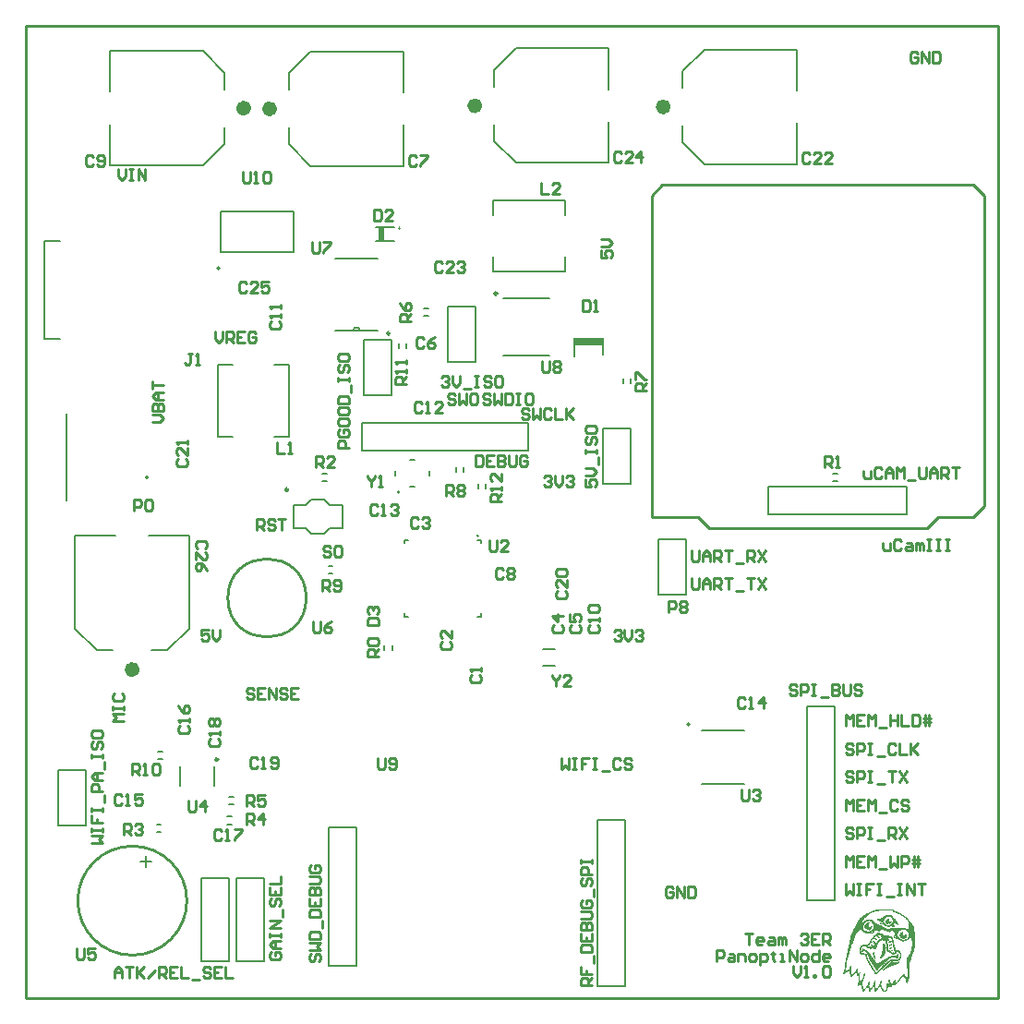
<source format=gto>
G04 Layer_Color=65535*
%FSLAX25Y25*%
%MOIN*%
G70*
G01*
G75*
%ADD44C,0.01000*%
%ADD47C,0.00800*%
%ADD58C,0.00197*%
%ADD59C,0.02756*%
%ADD60C,0.00500*%
%ADD61C,0.00600*%
%ADD62C,0.00787*%
G36*
X414844Y13708D02*
X414872Y13680D01*
Y13653D01*
Y13514D01*
X414844Y13458D01*
X414789Y13319D01*
Y13292D01*
X414761Y13264D01*
X414706Y13125D01*
Y13097D01*
X414678Y13041D01*
Y13014D01*
X414650Y12986D01*
X414594Y12958D01*
X414483Y12930D01*
X414372D01*
X414261Y12875D01*
X414178Y12819D01*
X414150Y12792D01*
X414094Y12764D01*
X413983Y12708D01*
X413872Y12653D01*
X413678Y12569D01*
X413456Y12486D01*
X413178Y12375D01*
X413150D01*
X413039Y12319D01*
X412900Y12264D01*
X412706Y12208D01*
X412289Y12070D01*
X412095Y12014D01*
X411901Y11986D01*
X411873D01*
X411817Y11958D01*
X411706Y11931D01*
X411595Y11903D01*
X411317Y11792D01*
X411206Y11709D01*
X411095Y11625D01*
X411040Y11597D01*
X410929Y11486D01*
X410790Y11403D01*
X410596Y11320D01*
X410540D01*
X410429Y11264D01*
X410290Y11181D01*
X410179Y11070D01*
X410151Y11042D01*
X410123Y10987D01*
X410040Y10931D01*
X409929D01*
X409818Y10903D01*
X409707Y10848D01*
X409568Y10737D01*
X409401Y10626D01*
X409207Y10431D01*
X409179Y10403D01*
X409152Y10376D01*
X408985Y10265D01*
X408902Y10237D01*
X408846D01*
X408790Y10292D01*
X408763Y10431D01*
Y10459D01*
X408790Y10570D01*
X408874Y10681D01*
X409013Y10764D01*
X409040Y10792D01*
X409152Y10848D01*
X409235Y10903D01*
X409263Y10987D01*
X409290Y11014D01*
X409318Y11098D01*
X409401Y11209D01*
X409540Y11348D01*
X409735Y11570D01*
X410012Y11875D01*
X410401Y12236D01*
X410457Y12292D01*
X410596Y12431D01*
X410790Y12597D01*
X411012Y12847D01*
X411262Y13069D01*
X411512Y13292D01*
X411734Y13486D01*
X411901Y13625D01*
X411929D01*
X411956Y13653D01*
X412123Y13680D01*
X412456D01*
X412484Y13653D01*
X412512Y13625D01*
X412539Y13569D01*
X412595Y13541D01*
X412706Y13486D01*
X412873Y13430D01*
X413095Y13402D01*
X413623D01*
X413789Y13430D01*
X414094Y13486D01*
X414261Y13541D01*
X414372Y13597D01*
X414400Y13625D01*
X414483Y13680D01*
X414594Y13708D01*
X414733Y13736D01*
X414789D01*
X414844Y13708D01*
D02*
G37*
G36*
X407819Y23983D02*
X408041Y23927D01*
X408291Y23872D01*
X408568Y23761D01*
X408818Y23622D01*
X409068Y23427D01*
X409096D01*
X409124Y23372D01*
X409263Y23289D01*
X409429Y23178D01*
X409513Y23150D01*
X409568Y23122D01*
X409596D01*
X409651Y23094D01*
X409707Y23066D01*
Y22983D01*
X409735Y22955D01*
X409873D01*
X409929Y22983D01*
X409957D01*
X409985Y23011D01*
X410151Y23039D01*
X410401Y23066D01*
X410845D01*
X411012Y23039D01*
X411206Y23011D01*
X411679Y22928D01*
X411901Y22817D01*
X412123Y22705D01*
X412151Y22678D01*
X412234Y22594D01*
X412373Y22400D01*
X412539Y22150D01*
X412595Y21983D01*
X412678Y21761D01*
X412762Y21539D01*
X412817Y21289D01*
X412900Y21012D01*
X412956Y20678D01*
X412984Y20317D01*
X413012Y19929D01*
Y19901D01*
Y19873D01*
X413039Y19734D01*
X413095Y19512D01*
X413206Y19262D01*
X413234Y19207D01*
X413317Y19095D01*
X413373Y18901D01*
X413428Y18734D01*
Y18679D01*
Y18596D01*
X413456Y18484D01*
Y18457D01*
X413484Y18373D01*
X413511Y18290D01*
Y18207D01*
Y18151D01*
Y18096D01*
X413484Y18040D01*
X413456Y17985D01*
X413428Y17929D01*
Y17818D01*
Y17790D01*
X413456Y17735D01*
X413511Y17679D01*
X413567Y17651D01*
X413595D01*
X413650Y17679D01*
X413733Y17707D01*
X413817Y17762D01*
X413845Y17790D01*
X413956Y17818D01*
X414122Y17846D01*
X414317Y17818D01*
X414345D01*
X414372Y17790D01*
X414511Y17735D01*
X414539D01*
X414567Y17707D01*
X414678Y17679D01*
X414761D01*
Y17651D01*
X414789Y17596D01*
X414872Y17485D01*
X415011Y17290D01*
X415039Y17263D01*
X415094Y17179D01*
X415205Y17040D01*
X415316Y16902D01*
X415400Y16679D01*
X415511Y16485D01*
X415566Y16235D01*
X415594Y15985D01*
Y15763D01*
Y15707D01*
X415566Y15596D01*
X415511Y15402D01*
X415455Y15180D01*
X415261Y14680D01*
X415122Y14458D01*
X414955Y14236D01*
X414928Y14208D01*
X414872Y14152D01*
X414761Y14097D01*
X414594Y14014D01*
X414400Y13902D01*
X414150Y13847D01*
X413845Y13791D01*
X413511Y13763D01*
X413345D01*
X413234Y13791D01*
X412928Y13819D01*
X412512Y13875D01*
X412456D01*
X412262Y13902D01*
X412040Y13875D01*
X411762Y13763D01*
X411734D01*
X411706Y13736D01*
X411540Y13653D01*
X411401Y13569D01*
X411262Y13458D01*
X411095Y13319D01*
X410929Y13153D01*
X410901Y13125D01*
X410845Y13069D01*
X410762Y12986D01*
X410679Y12875D01*
X410484Y12625D01*
X410429Y12514D01*
X410373Y12431D01*
Y12403D01*
X410346Y12347D01*
X410290Y12292D01*
X410234Y12264D01*
X410179Y12236D01*
X410096Y12181D01*
X409929Y12070D01*
X409873Y12042D01*
X409762Y11931D01*
X409540Y11764D01*
X409263Y11514D01*
X408902Y11209D01*
X408485Y10848D01*
X408013Y10403D01*
X407485Y9904D01*
X407457Y9876D01*
X407430Y9848D01*
X407291Y9709D01*
X407180Y9598D01*
X407096D01*
X407069Y9626D01*
X407041Y9598D01*
Y9543D01*
Y9515D01*
X407013Y9459D01*
X406930Y9376D01*
X406791Y9293D01*
X406763Y9265D01*
X406652Y9237D01*
X406486Y9209D01*
X406319Y9182D01*
X406263D01*
X406152Y9209D01*
X406013Y9293D01*
X405986Y9348D01*
X405958Y9431D01*
Y9459D01*
X405930Y9515D01*
X405847Y9654D01*
X405791Y9765D01*
X405708Y9904D01*
Y9931D01*
X405680Y9959D01*
X405597Y10126D01*
X405486Y10292D01*
X405458Y10348D01*
Y10403D01*
Y10431D01*
Y10459D01*
X405403Y10487D01*
X405347Y10514D01*
X405319D01*
X405291Y10542D01*
X405264Y10598D01*
Y10626D01*
X405236Y10653D01*
X405208Y10764D01*
X405153Y10903D01*
X405014Y11125D01*
X404847Y11431D01*
X404597Y11792D01*
X404264Y12264D01*
X404236Y12319D01*
X404181Y12375D01*
X404125Y12486D01*
X404014Y12680D01*
X403847Y12930D01*
X403653Y13264D01*
X403403Y13680D01*
X403375Y13736D01*
X403320Y13847D01*
X403209Y14041D01*
X403098Y14291D01*
X402876Y14847D01*
X402764Y15097D01*
X402709Y15346D01*
Y15374D01*
Y15402D01*
X402681Y15541D01*
X402653Y15707D01*
Y15763D01*
X402626Y15819D01*
Y15846D01*
X402570Y15874D01*
X402514Y15902D01*
X402403Y15957D01*
X402320D01*
X402237Y15985D01*
X402126D01*
X401959Y16013D01*
X401792Y16041D01*
X401376Y16124D01*
X401348D01*
X401293Y16152D01*
X401182Y16180D01*
X401070Y16207D01*
X400848Y16291D01*
X400765Y16318D01*
X400709Y16374D01*
X400682Y16402D01*
X400654Y16485D01*
X400626Y16568D01*
X400571Y16707D01*
X400543Y16902D01*
X400515Y17124D01*
X400487Y17429D01*
Y17457D01*
Y17513D01*
X400459Y17679D01*
Y17707D01*
Y17762D01*
Y17846D01*
Y17901D01*
Y17929D01*
Y17957D01*
Y18040D01*
X400487Y18151D01*
X400543Y18429D01*
X400682Y18790D01*
Y18818D01*
X400709Y18873D01*
X400820Y19068D01*
X400987Y19262D01*
X401070Y19345D01*
X401182Y19401D01*
X401237Y19429D01*
X401320Y19484D01*
X401404Y19540D01*
X401459Y19595D01*
Y19623D01*
X401515Y19651D01*
X401570Y19679D01*
X401626Y19706D01*
X401737Y19734D01*
X401876Y19762D01*
X401903D01*
X401959Y19790D01*
X402126Y19817D01*
X402348Y19845D01*
X402681D01*
X402709Y19817D01*
X402737D01*
X402764Y19762D01*
X402848Y19734D01*
X402959Y19679D01*
X403098D01*
X403209Y19734D01*
X403403Y19845D01*
X403514Y19929D01*
X403625Y20040D01*
X403653Y20067D01*
X403681Y20095D01*
X403820Y20290D01*
X403986Y20539D01*
X404097Y20817D01*
Y20845D01*
X404125Y20873D01*
X404181Y21039D01*
X404264Y21261D01*
X404375Y21484D01*
X404403Y21539D01*
X404458Y21622D01*
X404569Y21734D01*
X404708Y21900D01*
X404903Y22150D01*
X405180Y22428D01*
X405514Y22789D01*
X405569Y22844D01*
X405680Y22955D01*
X405847Y23122D01*
X406041Y23344D01*
X406263Y23539D01*
X406458Y23733D01*
X406597Y23872D01*
X406708Y23927D01*
X406736Y23955D01*
X406874Y23983D01*
X406985D01*
X407124Y24011D01*
X407652D01*
X407819Y23983D01*
D02*
G37*
G36*
X411651Y32536D02*
X412067D01*
X412456Y32508D01*
X412595Y32480D01*
X412734Y32453D01*
X412845Y32425D01*
X412900Y32397D01*
X412928Y32369D01*
X413012Y32286D01*
X413067Y32175D01*
X413095Y32036D01*
Y32008D01*
X413123Y31981D01*
X413150D01*
X413206Y31953D01*
X413234D01*
X413317Y31925D01*
X413373D01*
X413428Y31897D01*
X413456Y31870D01*
X413539Y31814D01*
X413650Y31758D01*
X413845Y31731D01*
X413900D01*
X413983Y31703D01*
X414094D01*
X414372Y31592D01*
X414539Y31536D01*
X414733Y31425D01*
X414761D01*
X414817Y31370D01*
X415011Y31259D01*
X415233Y31148D01*
X415316Y31120D01*
X415344Y31092D01*
X415372D01*
X415427Y31036D01*
X415539Y30981D01*
X415705Y30870D01*
X415927Y30731D01*
X416205Y30564D01*
X416510Y30342D01*
X416899Y30064D01*
X416955Y30037D01*
X417066Y29926D01*
X417233Y29815D01*
X417455Y29648D01*
X417649Y29481D01*
X417816Y29315D01*
X417927Y29176D01*
X417982Y29093D01*
Y29065D01*
X418038Y29037D01*
X418093Y28954D01*
X418177Y28843D01*
X418316Y28704D01*
X418510Y28482D01*
X418760Y28232D01*
X418788Y28204D01*
X418899Y28065D01*
X419065Y27898D01*
X419260Y27648D01*
X419454Y27371D01*
X419676Y27065D01*
X419899Y26732D01*
X420093Y26371D01*
Y26343D01*
X420121Y26260D01*
X420176Y26121D01*
X420232Y25871D01*
X420260Y25566D01*
X420287Y25371D01*
X420315Y25149D01*
X420343Y24899D01*
Y24622D01*
X420371Y24288D01*
Y23955D01*
Y23927D01*
Y23872D01*
Y23761D01*
Y23622D01*
X420398Y23289D01*
Y22900D01*
X420426Y22483D01*
X420454Y22122D01*
Y21956D01*
X420482Y21817D01*
Y21706D01*
X420509Y21650D01*
Y21622D01*
Y21567D01*
X420537Y21484D01*
Y21400D01*
Y21261D01*
Y21095D01*
Y20873D01*
Y20845D01*
Y20817D01*
Y20734D01*
Y20623D01*
Y20373D01*
X420509Y20012D01*
X420482Y19623D01*
X420454Y19234D01*
X420398Y18790D01*
X420343Y18401D01*
Y18373D01*
X420315Y18290D01*
X420287Y18151D01*
X420232Y17985D01*
X420176Y17735D01*
X420065Y17429D01*
X419954Y17096D01*
X419787Y16679D01*
Y16652D01*
X419760Y16624D01*
X419732Y16541D01*
X419676Y16402D01*
X419621Y16263D01*
X419565Y16096D01*
X419482Y15874D01*
X419399Y15652D01*
X419232Y15124D01*
X419038Y14486D01*
X418871Y13763D01*
X418677Y12958D01*
Y12930D01*
Y12903D01*
X418649Y12792D01*
Y12653D01*
X418621Y12431D01*
Y12153D01*
X418593Y11820D01*
Y11375D01*
Y10487D01*
Y9654D01*
Y9626D01*
Y9570D01*
Y9459D01*
Y9348D01*
Y9015D01*
X418566Y8626D01*
X418538Y8237D01*
X418482Y7876D01*
X418454Y7737D01*
X418427Y7599D01*
X418399Y7487D01*
X418343Y7432D01*
X418316Y7376D01*
X418288Y7321D01*
X418260Y7238D01*
Y7210D01*
Y7154D01*
X418232Y7071D01*
X418204Y6932D01*
X418149Y6765D01*
X418066Y6571D01*
X417955Y6321D01*
X417788Y6044D01*
Y6016D01*
X417732Y5960D01*
X417677Y5877D01*
X417621Y5849D01*
X417566Y5877D01*
X417510Y5905D01*
X417455Y5960D01*
X417399Y6071D01*
X417344Y6238D01*
X417316Y6432D01*
X417288Y6738D01*
Y6765D01*
Y6793D01*
X417260Y6932D01*
X417233Y7154D01*
X417122Y7404D01*
Y7432D01*
X417094Y7460D01*
X417010Y7599D01*
X416899Y7737D01*
X416844Y7793D01*
X416760Y7821D01*
X416733Y7848D01*
X416705Y7876D01*
X416622Y7987D01*
X416566Y8154D01*
Y8209D01*
X416510Y8293D01*
X416455Y8376D01*
X416399Y8432D01*
X416344Y8404D01*
X416288Y8376D01*
X416177Y8293D01*
X416150Y8265D01*
X416094Y8209D01*
X415983Y8126D01*
X415816Y7987D01*
X415789Y7960D01*
X415677Y7848D01*
X415539Y7710D01*
X415400Y7571D01*
X415372Y7543D01*
X415316Y7432D01*
X415205Y7293D01*
X415122Y7126D01*
Y7099D01*
X415094Y7043D01*
X415039Y6960D01*
X414983Y6849D01*
X414900Y6710D01*
X414761Y6543D01*
X414622Y6321D01*
X414428Y6099D01*
X414400Y6071D01*
X414345Y6016D01*
X414150Y5849D01*
X414122Y5821D01*
X414067Y5766D01*
X413928Y5627D01*
X413900Y5599D01*
X413872Y5571D01*
X413845D01*
X413817Y5544D01*
X413733Y5488D01*
X413650Y5377D01*
X413511Y5266D01*
X413373Y5155D01*
X413261Y5044D01*
X413150Y4988D01*
X413095Y4961D01*
X413067D01*
X413012Y4988D01*
X412956Y5071D01*
X412928Y5210D01*
Y5238D01*
Y5294D01*
X412956Y5405D01*
X412984Y5544D01*
Y5571D01*
X413012Y5655D01*
X413039Y5766D01*
Y5849D01*
Y5877D01*
Y5932D01*
X412984D01*
X412956Y5905D01*
X412928Y5821D01*
Y5793D01*
X412873Y5738D01*
X412789Y5655D01*
X412706Y5544D01*
X412595Y5405D01*
X412456Y5238D01*
X412428Y5210D01*
X412401Y5155D01*
X412262Y4961D01*
X412095Y4766D01*
X412067Y4683D01*
X412040Y4627D01*
Y4599D01*
X411984Y4516D01*
X411929Y4461D01*
X411845Y4405D01*
X411734Y4377D01*
X411595D01*
X411567Y4405D01*
Y4488D01*
X411540Y4627D01*
Y4655D01*
X411512Y4766D01*
X411484Y4849D01*
X411456Y4905D01*
X411429Y4877D01*
X411401Y4822D01*
X411373Y4710D01*
Y4683D01*
X411317Y4627D01*
X411234Y4544D01*
X411068Y4461D01*
X411012Y4433D01*
X410956Y4405D01*
X410901Y4349D01*
X410818Y4238D01*
X410762Y4127D01*
X410679Y3961D01*
X410596Y3739D01*
X410568Y3683D01*
X410540Y3572D01*
X410484Y3378D01*
X410373Y3183D01*
X410290Y2961D01*
X410151Y2767D01*
X410040Y2655D01*
X409901Y2600D01*
X409818D01*
X409762Y2628D01*
X409735Y2655D01*
X409762Y2711D01*
X409790Y2850D01*
X409818Y2933D01*
X409846Y3072D01*
Y3100D01*
X409873Y3128D01*
X409929Y3294D01*
X410012Y3544D01*
X410096Y3850D01*
X410262Y4516D01*
X410318Y4794D01*
X410346Y5044D01*
Y5071D01*
Y5127D01*
Y5266D01*
Y5460D01*
Y5516D01*
Y5571D01*
Y5599D01*
X410373Y5627D01*
X410457Y5655D01*
X410623D01*
X410707Y5599D01*
X410818Y5516D01*
X410873Y5405D01*
X410929Y5294D01*
X411068Y4988D01*
X411123Y5405D01*
Y5432D01*
X411151Y5488D01*
Y5599D01*
Y5738D01*
Y5766D01*
Y5849D01*
X411123Y5932D01*
Y6071D01*
X411012Y6377D01*
X410956Y6516D01*
X410845Y6654D01*
Y6682D01*
X410790Y6738D01*
X410734Y6877D01*
Y6960D01*
X410790Y7043D01*
X410873Y7071D01*
X411040Y7099D01*
X411123D01*
X411206Y7071D01*
X411290Y7015D01*
X411401Y6932D01*
X411484Y6821D01*
X411567Y6682D01*
X411623Y6460D01*
Y6432D01*
X411651Y6377D01*
X411679Y6238D01*
X411734Y6044D01*
X411762Y5988D01*
X411790Y5877D01*
X411817Y5738D01*
X411845Y5599D01*
X411929Y5127D01*
X412289Y5655D01*
Y5683D01*
X412345Y5738D01*
X412428Y5877D01*
X412484Y5988D01*
X412539Y6127D01*
Y6155D01*
X412567Y6210D01*
X412678Y6377D01*
X412817Y6599D01*
X412984Y6821D01*
X413012Y6877D01*
X413123Y6960D01*
X413234Y7043D01*
X413373Y7099D01*
X413400D01*
X413484Y7043D01*
X413511Y7015D01*
X413539Y6904D01*
X413567Y6821D01*
Y6710D01*
Y6571D01*
X413539Y6377D01*
X413511Y5821D01*
X414039Y6349D01*
X414067Y6377D01*
X414122Y6432D01*
X414206Y6543D01*
X414317Y6654D01*
X414539Y6960D01*
X414622Y7154D01*
X414706Y7321D01*
Y7349D01*
X414733Y7404D01*
X414817Y7571D01*
X414983Y7821D01*
X415233Y8043D01*
X415261Y8071D01*
X415372Y8154D01*
X415511Y8265D01*
X415677Y8432D01*
X415844Y8598D01*
X415983Y8765D01*
X416094Y8932D01*
X416150Y9070D01*
Y9098D01*
X416205Y9182D01*
X416288Y9237D01*
X416427Y9293D01*
X416566D01*
X416677Y9237D01*
X416733Y9154D01*
X416760Y9070D01*
Y9043D01*
X416788Y8987D01*
X416844Y8876D01*
X416899Y8737D01*
X417066Y8460D01*
X417288Y8182D01*
X417344Y8154D01*
X417371Y8071D01*
X417455Y7932D01*
X417483Y7904D01*
X417538Y7793D01*
X417621Y7654D01*
X417732Y7515D01*
X417760Y7487D01*
X417816Y7404D01*
X417871Y7321D01*
X417899Y7293D01*
X417927D01*
Y7321D01*
X417955Y7376D01*
Y7460D01*
X417982Y7599D01*
Y7765D01*
Y7987D01*
Y8654D01*
Y8682D01*
Y8765D01*
Y8876D01*
Y9015D01*
X417955Y9348D01*
X417899Y9681D01*
Y9737D01*
X417843Y9876D01*
X417816Y9987D01*
Y10126D01*
X417788Y10292D01*
X417760Y10487D01*
X417732Y10709D01*
X417705Y10987D01*
X417677Y11264D01*
X417649Y11597D01*
X417621Y11986D01*
Y12375D01*
X417594Y12819D01*
Y13319D01*
Y13375D01*
Y13514D01*
Y13708D01*
Y13958D01*
X417621Y14458D01*
X417649Y14708D01*
X417677Y14902D01*
Y14930D01*
X417705Y14985D01*
X417732Y15069D01*
X417760Y15180D01*
X417899Y15430D01*
X418121Y15707D01*
X418149Y15735D01*
X418204Y15819D01*
X418316Y15957D01*
X418454Y16152D01*
X418593Y16430D01*
X418760Y16763D01*
X418926Y17152D01*
X419065Y17624D01*
Y17651D01*
X419093Y17679D01*
Y17762D01*
X419121Y17874D01*
X419176Y18123D01*
X419260Y18484D01*
X419343Y18873D01*
X419399Y19345D01*
X419426Y19817D01*
X419454Y20290D01*
Y20317D01*
Y20401D01*
Y20539D01*
X419426Y20706D01*
X419399Y21095D01*
X419315Y21456D01*
Y21484D01*
X419287Y21567D01*
X419232Y21706D01*
X419204Y21845D01*
X419149Y21983D01*
X419121Y22095D01*
X419093Y22206D01*
X419065Y22233D01*
X419038Y22261D01*
X419010Y22372D01*
X418982Y22511D01*
X418954Y22678D01*
Y22705D01*
X418926Y22789D01*
X418899Y22872D01*
X418843Y22928D01*
X418815D01*
X418788Y22900D01*
Y22872D01*
X418760Y22761D01*
Y22733D01*
X418732Y22650D01*
X418704Y22511D01*
X418593Y22289D01*
X418566Y22233D01*
X418510Y22122D01*
X418399Y21983D01*
X418288Y21872D01*
X418232Y21845D01*
X418093Y21734D01*
X417871Y21567D01*
X417594Y21400D01*
X417288Y21206D01*
X416955Y21067D01*
X416649Y20956D01*
X416372Y20900D01*
X416122D01*
X416038Y20928D01*
X415983Y20956D01*
X415844Y20984D01*
X415622Y21067D01*
X415344Y21178D01*
X415066Y21289D01*
X414817Y21400D01*
X414594Y21511D01*
X414456Y21650D01*
X414428Y21678D01*
X414317Y21761D01*
X414122Y21845D01*
X413900Y21900D01*
X413845D01*
X413706Y21928D01*
X413511Y21956D01*
X413289Y22011D01*
X413067Y22067D01*
X412873Y22150D01*
X412734Y22289D01*
X412706Y22344D01*
X412678Y22428D01*
Y22456D01*
X412734Y22567D01*
X412817Y22761D01*
X412900Y22872D01*
X413012Y23011D01*
X413039Y23039D01*
X413067Y23066D01*
X413178Y23261D01*
X413289Y23511D01*
Y23650D01*
Y23788D01*
Y23816D01*
X413261Y23927D01*
X413206Y24038D01*
X413095Y24205D01*
X412956Y24372D01*
X412762Y24510D01*
X412484Y24649D01*
X412151Y24733D01*
X412095D01*
X412012Y24760D01*
X411790D01*
X411734Y24733D01*
X411706Y24649D01*
X411679Y24510D01*
Y24483D01*
X411651Y24372D01*
X411567Y24288D01*
X411456Y24205D01*
X411345D01*
X411234Y24261D01*
X411095Y24344D01*
X411068Y24372D01*
X411012Y24427D01*
X410845Y24483D01*
X410734Y24510D01*
X410596Y24538D01*
X410568D01*
X410540Y24566D01*
X410373Y24594D01*
X410207Y24649D01*
X410123Y24677D01*
X410068Y24705D01*
X410040Y24733D01*
X409957Y24760D01*
X409790Y24788D01*
X409568D01*
X409457Y24816D01*
X409235Y24927D01*
X409096Y24983D01*
X408929Y25094D01*
X408902D01*
X408846Y25149D01*
X408679Y25233D01*
X408485Y25288D01*
X408429D01*
X408374Y25260D01*
X408346Y25233D01*
X408291Y25149D01*
X408207Y25038D01*
X408096Y24899D01*
X407985Y24760D01*
X407846Y24649D01*
X407707Y24566D01*
X407596Y24538D01*
X407485D01*
X407457Y24566D01*
X407430Y24594D01*
X407319Y24622D01*
X407152Y24649D01*
X406930Y24622D01*
X406791D01*
X406680Y24677D01*
X406597Y24760D01*
X406569Y24788D01*
X406513Y24844D01*
X406375Y24899D01*
X406097D01*
X405986Y24871D01*
X405902D01*
X405819Y24844D01*
Y24816D01*
Y24788D01*
X405847Y24705D01*
X405875Y24677D01*
X405902Y24594D01*
X405930Y24510D01*
Y24455D01*
Y24427D01*
X405902Y24316D01*
X405847Y24149D01*
X405708Y23983D01*
X405680Y23955D01*
X405569Y23872D01*
X405403Y23788D01*
X405180Y23761D01*
X405014D01*
X404903Y23816D01*
X404736Y23872D01*
X404542Y24011D01*
X404514Y24038D01*
X404431Y24094D01*
X404319Y24122D01*
X404236Y24094D01*
X404181Y24038D01*
X404153Y24011D01*
X404097Y23955D01*
X404014Y23927D01*
X403986Y23955D01*
Y23983D01*
Y24011D01*
X403959Y23983D01*
X403903Y23927D01*
X403875Y23900D01*
X403792Y23844D01*
X403736Y23816D01*
X403625Y23788D01*
X403486Y23761D01*
X403236D01*
X403125Y23788D01*
X403014D01*
X402709Y23900D01*
X402542Y23955D01*
X402376Y24066D01*
X402348Y24094D01*
X402320Y24122D01*
X402153Y24233D01*
X401987Y24316D01*
X401903Y24372D01*
X401765D01*
X401709Y24427D01*
X401654Y24483D01*
X401570Y24566D01*
X401459Y24705D01*
X401376Y24899D01*
X401265Y25149D01*
X401098Y25566D01*
X400848Y25288D01*
X400820Y25233D01*
X400737Y25149D01*
X400626Y25038D01*
X400571Y25010D01*
X400515Y24983D01*
X400487D01*
X400432Y24955D01*
X400348Y24927D01*
X400210Y24816D01*
X400182Y24788D01*
X400099Y24705D01*
X399960Y24566D01*
X399793Y24372D01*
X399765Y24344D01*
X399682Y24233D01*
X399626Y24149D01*
X399571Y24094D01*
X399543Y24066D01*
X399487Y23983D01*
X399376Y23816D01*
X399265Y23622D01*
X399099Y23316D01*
X398932Y22955D01*
X398765Y22511D01*
X398599Y21983D01*
Y21956D01*
X398571Y21845D01*
X398516Y21706D01*
X398460Y21539D01*
X398432Y21373D01*
X398377Y21234D01*
X398349Y21123D01*
X398321Y21067D01*
Y21039D01*
X398293Y20984D01*
X398266Y20845D01*
X398210Y20623D01*
Y20567D01*
X398182Y20428D01*
X398127Y20262D01*
X398071Y20040D01*
Y20012D01*
X398016Y19929D01*
X397960Y19817D01*
X397849Y19790D01*
X397821D01*
X397766Y19817D01*
X397710D01*
X397682Y19790D01*
X397655Y19762D01*
X397627Y19734D01*
X397599Y19651D01*
Y19623D01*
Y19568D01*
X397571Y19401D01*
Y19373D01*
Y19318D01*
X397544Y19234D01*
X397516Y19123D01*
X397432Y18818D01*
X397322Y18484D01*
Y18457D01*
X397266Y18373D01*
X397238Y18235D01*
X397155Y18040D01*
X397072Y17735D01*
X396960Y17374D01*
X396849Y16902D01*
X396738Y16318D01*
Y16291D01*
X396710Y16235D01*
X396655Y16069D01*
X396599Y15874D01*
X396572Y15819D01*
X396544Y15791D01*
Y15763D01*
X396516Y15735D01*
X396488Y15652D01*
X396433Y15513D01*
X396377Y15319D01*
X396266Y15041D01*
X396155Y14680D01*
Y14652D01*
X396127Y14597D01*
X396100Y14486D01*
X396044Y14319D01*
X396016Y14124D01*
X395961Y13847D01*
X395905Y13541D01*
X395877Y13153D01*
Y13125D01*
Y13069D01*
Y12986D01*
X395850Y12875D01*
X395822Y12597D01*
X395794Y12236D01*
X395739Y11875D01*
X395655Y11486D01*
X395600Y11125D01*
X395516Y10820D01*
Y10792D01*
X395489Y10737D01*
X395461Y10626D01*
X395433Y10514D01*
X395405Y10292D01*
Y10209D01*
Y10153D01*
X395433D01*
X395461Y10126D01*
X395489D01*
X395627Y10181D01*
X395711Y10237D01*
X395850Y10320D01*
X395988Y10431D01*
X396155Y10598D01*
X396183Y10626D01*
X396238Y10681D01*
X396322Y10764D01*
X396461Y10903D01*
X396710Y11209D01*
X396988Y11597D01*
X397016Y11625D01*
X397099Y11709D01*
X397183Y11792D01*
X397238Y11820D01*
X397322D01*
Y11875D01*
Y11903D01*
X397349Y11931D01*
X397405D01*
X397432Y11903D01*
X397488Y11847D01*
X397516Y11820D01*
X397544Y11709D01*
X397571Y11597D01*
Y11459D01*
Y11431D01*
X397544Y11348D01*
Y11209D01*
X397516Y11042D01*
X397488Y10848D01*
Y10598D01*
X397460Y10070D01*
Y10042D01*
Y9959D01*
Y9848D01*
Y9737D01*
X397488Y9459D01*
X397516Y9320D01*
X397544Y9237D01*
X397571Y9182D01*
X397599Y9098D01*
X397655Y8987D01*
X397710Y8932D01*
X397738D01*
X397766Y8959D01*
X397877Y9015D01*
X397988Y9126D01*
X398016Y9154D01*
X398071Y9182D01*
X398238Y9293D01*
X398266Y9320D01*
X398321Y9376D01*
X398432Y9459D01*
X398571Y9598D01*
Y9626D01*
X398627Y9681D01*
X398710Y9765D01*
X398821Y9931D01*
X398849Y9959D01*
X398932Y10070D01*
X399043Y10181D01*
X399127Y10265D01*
Y10292D01*
X399182Y10320D01*
X399265Y10459D01*
X399349Y10598D01*
X399404Y10709D01*
Y10737D01*
X399432Y10792D01*
X399487Y10875D01*
X399571Y10931D01*
X399599D01*
X399654Y10959D01*
X399737D01*
X399793Y10931D01*
Y10903D01*
X399821Y10848D01*
Y10764D01*
X399849Y10653D01*
Y10514D01*
Y10348D01*
Y10292D01*
Y10153D01*
Y9959D01*
Y9737D01*
X399821Y9515D01*
X399793Y9293D01*
X399765Y9098D01*
X399737Y8987D01*
Y8932D01*
X399765D01*
X399821Y8959D01*
X399876Y9015D01*
X399960Y9126D01*
X399987Y9154D01*
X400015Y9182D01*
X400126Y9348D01*
X400265Y9543D01*
X400376Y9737D01*
Y9765D01*
X400404Y9792D01*
X400459Y9904D01*
X400543Y9959D01*
X400598Y9987D01*
X400654Y9959D01*
X400682Y9904D01*
X400709Y9820D01*
Y9709D01*
Y9654D01*
Y9570D01*
X400682Y9431D01*
Y9404D01*
Y9265D01*
Y9098D01*
X400654Y8848D01*
Y8821D01*
Y8793D01*
Y8654D01*
X400626Y8432D01*
Y8209D01*
Y8182D01*
Y8126D01*
Y8015D01*
X400598Y7904D01*
X400571Y7571D01*
X400543Y7182D01*
X400487Y6765D01*
X400404Y6349D01*
X400348Y6016D01*
X400293Y5905D01*
X400265Y5793D01*
Y5766D01*
X400237Y5738D01*
X400210Y5627D01*
X400182Y5488D01*
Y5460D01*
X400210Y5432D01*
X400237D01*
X400293Y5460D01*
X400348Y5488D01*
X400376Y5544D01*
Y5571D01*
X400404Y5627D01*
X400515Y5766D01*
X400571Y5849D01*
X400682Y5988D01*
Y6016D01*
X400737Y6044D01*
X400820Y6182D01*
X400904Y6349D01*
X400959Y6516D01*
Y6543D01*
X400987Y6627D01*
X401015Y6710D01*
X401070Y6765D01*
X401098Y6793D01*
X401126Y6821D01*
X401154Y6877D01*
X401209Y6960D01*
X401293Y7099D01*
X401376Y7265D01*
X401487Y7515D01*
X401515Y7543D01*
X401543Y7626D01*
X401598Y7737D01*
X401654Y7876D01*
X401765Y8154D01*
X401820Y8265D01*
Y8348D01*
Y8376D01*
X401848Y8432D01*
Y8515D01*
X401876Y8626D01*
X401903Y8765D01*
X401959Y8932D01*
Y8959D01*
X401987Y9015D01*
X402042Y9182D01*
X402126Y9348D01*
X402181Y9404D01*
X402237Y9431D01*
X402264D01*
X402348Y9404D01*
X402403Y9376D01*
X402431Y9293D01*
Y9154D01*
Y9126D01*
Y9098D01*
Y9015D01*
X402403Y8904D01*
X402376Y8626D01*
X402292Y8321D01*
Y8293D01*
X402264Y8237D01*
X402237Y8154D01*
X402209Y8043D01*
X402098Y7737D01*
X401959Y7349D01*
Y7321D01*
X401931Y7265D01*
X401903Y7182D01*
X401848Y7071D01*
X401765Y6821D01*
X401737Y6682D01*
X401709Y6599D01*
Y6571D01*
X401681Y6543D01*
X401654Y6377D01*
X401626Y6155D01*
X401598Y5877D01*
Y5849D01*
Y5821D01*
Y5738D01*
X401626Y5599D01*
Y5432D01*
X401654Y5238D01*
X401681Y4961D01*
X401709Y4655D01*
Y4627D01*
Y4572D01*
X401737Y4433D01*
Y4294D01*
Y4127D01*
X401765Y3905D01*
Y3433D01*
Y3405D01*
Y3350D01*
Y3183D01*
X401792Y2989D01*
Y2933D01*
X401820Y2905D01*
X401876Y2961D01*
Y3017D01*
X401903Y3100D01*
X401959Y3211D01*
X401987Y3378D01*
Y3405D01*
X402015Y3433D01*
X402042Y3516D01*
X402098Y3600D01*
X402181Y3739D01*
X402320Y3905D01*
X402487Y4100D01*
X402709Y4322D01*
X402737Y4349D01*
X402820Y4405D01*
X402903Y4488D01*
X402986Y4627D01*
X403014Y4655D01*
X403070Y4738D01*
X403181Y4905D01*
X403292Y5099D01*
X403320Y5155D01*
X403375Y5238D01*
X403459Y5349D01*
X403486Y5432D01*
X403514Y5460D01*
X403542Y5516D01*
X403570Y5655D01*
X403625Y5849D01*
Y5905D01*
X403681Y6016D01*
X403764Y6155D01*
X403875Y6321D01*
X403903Y6349D01*
X403986Y6432D01*
X404097Y6516D01*
X404208Y6543D01*
X404264D01*
Y6516D01*
X404292Y6488D01*
X404319Y6404D01*
Y6321D01*
Y6293D01*
X404292Y6238D01*
X404264Y6099D01*
X404236Y5960D01*
Y5932D01*
X404208Y5849D01*
X404181Y5738D01*
Y5683D01*
Y5655D01*
Y5544D01*
X404125Y5377D01*
X404070Y5155D01*
X404042Y5099D01*
X404014Y4988D01*
Y4849D01*
X404070Y4683D01*
X404097Y4655D01*
X404125Y4544D01*
X404181Y4349D01*
X404236Y4072D01*
Y4044D01*
Y4016D01*
X404264Y3850D01*
X404292Y3711D01*
X404319Y3655D01*
X404347Y3627D01*
X404403Y3683D01*
X404514Y3794D01*
X404569Y3877D01*
X404653Y4016D01*
Y4044D01*
X404708Y4100D01*
X404792Y4238D01*
X404903Y4405D01*
X404958Y4433D01*
X404986Y4461D01*
X405014D01*
X405042Y4488D01*
X405069Y4572D01*
Y4738D01*
Y4766D01*
Y4794D01*
Y4905D01*
X405097Y4988D01*
X405125Y5044D01*
X405180D01*
X405208Y5071D01*
X405236Y5127D01*
X405291Y5183D01*
X405375Y5294D01*
X405458Y5460D01*
X405541Y5655D01*
Y5683D01*
X405597Y5766D01*
X405625Y5877D01*
X405680Y6016D01*
X405791Y6321D01*
X405875Y6599D01*
Y6627D01*
Y6654D01*
X405930Y6765D01*
X406013Y6849D01*
X406069Y6904D01*
X406180D01*
X406263Y6877D01*
X406319Y6821D01*
X406347Y6710D01*
Y6682D01*
X406319Y6543D01*
X406263Y6321D01*
X406152Y6016D01*
Y5988D01*
X406124Y5960D01*
X406097Y5793D01*
X406041Y5627D01*
X406013Y5571D01*
Y5516D01*
Y5488D01*
X406041Y5432D01*
X406069Y5294D01*
X406097Y5183D01*
X406152Y5044D01*
Y5016D01*
X406180Y4961D01*
X406236Y4849D01*
X406263Y4710D01*
X406347Y4433D01*
X406402Y4127D01*
X406486Y3655D01*
X406791Y4016D01*
X406819Y4044D01*
X406847Y4072D01*
X406958Y4238D01*
X407069Y4377D01*
X407124Y4433D01*
Y4461D01*
Y4488D01*
X407180Y4599D01*
X407208Y4710D01*
X407291Y4822D01*
X407374Y4988D01*
X407485Y5183D01*
X407513Y5210D01*
X407541Y5294D01*
X407624Y5377D01*
X407680Y5516D01*
X407846Y5849D01*
X407902Y6016D01*
X407930Y6182D01*
Y6210D01*
Y6238D01*
X407985Y6377D01*
X408041Y6571D01*
X408124Y6738D01*
X408152Y6765D01*
X408180Y6821D01*
X408263Y6849D01*
X408374Y6877D01*
X408457D01*
X408540Y6821D01*
X408624Y6765D01*
Y6738D01*
X408652Y6682D01*
X408624Y6543D01*
X408568Y6321D01*
Y6266D01*
X408513Y6127D01*
X408457Y5988D01*
X408374Y5849D01*
Y5821D01*
Y5793D01*
X408346Y5738D01*
Y5655D01*
Y5516D01*
Y5349D01*
X408374Y5127D01*
Y5071D01*
X408402Y4933D01*
X408429Y4738D01*
X408513Y4516D01*
X408596Y4266D01*
X408707Y4044D01*
X408846Y3850D01*
X409040Y3739D01*
X409068D01*
X409096Y3711D01*
X409235Y3572D01*
X409290Y3461D01*
X409346Y3322D01*
X409374Y3155D01*
X409401Y2961D01*
Y2905D01*
X409374Y2794D01*
X409318Y2683D01*
X409179Y2600D01*
X409152D01*
X409096Y2655D01*
X409040Y2711D01*
X408985Y2850D01*
Y2878D01*
X408957Y2961D01*
X408846Y3100D01*
X408790Y3211D01*
X408679Y3322D01*
Y3350D01*
X408624Y3378D01*
X408540Y3516D01*
X408457Y3683D01*
X408402Y3794D01*
Y3822D01*
X408291D01*
X408263Y3877D01*
X408180Y3961D01*
X408152Y4044D01*
X408096Y4155D01*
Y4183D01*
X408068Y4211D01*
X408041Y4349D01*
X407985Y4516D01*
X407957Y4710D01*
Y4738D01*
X407930Y4849D01*
X407902Y4933D01*
X407874Y4905D01*
X407846Y4877D01*
X407791Y4794D01*
X407680Y4655D01*
X407569Y4461D01*
X407402Y4211D01*
Y4183D01*
X407374Y4155D01*
X407263Y3988D01*
X407096Y3766D01*
X406902Y3516D01*
X406708Y3266D01*
X406486Y3044D01*
X406291Y2878D01*
X406208Y2850D01*
X406124Y2822D01*
X406097Y2850D01*
X406069D01*
X406041Y2878D01*
X406013Y2905D01*
X405986Y2961D01*
X405958Y3017D01*
Y3044D01*
Y3100D01*
X405986Y3183D01*
Y3266D01*
Y3405D01*
X406013Y3572D01*
Y3600D01*
Y3627D01*
X406041Y3766D01*
X406013Y3961D01*
X405958Y4127D01*
X405930Y4155D01*
X405902Y4266D01*
X405875Y4377D01*
X405847Y4516D01*
Y4544D01*
Y4599D01*
X405791Y4627D01*
X405736Y4655D01*
X405708D01*
X405653Y4627D01*
X405569Y4599D01*
X405430Y4516D01*
X405403Y4488D01*
X405347Y4433D01*
X405291Y4322D01*
X405264Y4238D01*
Y4211D01*
X405208Y4155D01*
X405180Y4072D01*
X405097Y3961D01*
X405014Y3822D01*
X404875Y3627D01*
X404847Y3600D01*
X404819Y3544D01*
X404736Y3433D01*
X404653Y3322D01*
X404458Y3072D01*
X404375Y2961D01*
X404292Y2878D01*
X404264Y2822D01*
X404153Y2739D01*
X404014Y2655D01*
X403847Y2600D01*
X403764D01*
X403709Y2628D01*
X403653Y2655D01*
Y2711D01*
X403681Y2767D01*
X403709Y2905D01*
Y2961D01*
X403736Y3072D01*
X403764Y3294D01*
Y3600D01*
Y3627D01*
Y3683D01*
Y3794D01*
Y3905D01*
X403709Y4127D01*
X403681Y4211D01*
X403653Y4266D01*
X403625Y4294D01*
X403570Y4349D01*
X403514Y4433D01*
X403486Y4544D01*
Y4572D01*
Y4599D01*
X403459Y4572D01*
X403431Y4544D01*
X403403Y4488D01*
X403375Y4405D01*
X403348Y4377D01*
X403292Y4266D01*
X403153Y4100D01*
X402959Y3961D01*
X402931Y3933D01*
X402820Y3850D01*
X402653Y3683D01*
X402542Y3572D01*
X402431Y3433D01*
Y3405D01*
X402376Y3378D01*
X402292Y3211D01*
X402181Y2989D01*
X402153Y2878D01*
X402126Y2794D01*
Y2767D01*
X402098Y2711D01*
X402015Y2628D01*
X401848Y2600D01*
X401737D01*
X401626Y2628D01*
X401570Y2683D01*
Y2711D01*
X401543Y2767D01*
X401515Y2905D01*
X401487Y3100D01*
Y3128D01*
Y3183D01*
X401459Y3350D01*
Y3378D01*
Y3433D01*
X401431Y3600D01*
X401376Y3683D01*
Y3739D01*
Y3794D01*
Y3877D01*
X401348Y4016D01*
X401320Y4211D01*
X401293Y4488D01*
X401265Y4794D01*
Y4822D01*
X401237Y4933D01*
Y5099D01*
X401209Y5266D01*
X401154Y5432D01*
X401126Y5599D01*
X401098Y5710D01*
X401043Y5738D01*
X400987Y5710D01*
X400932Y5627D01*
X400848Y5460D01*
Y5432D01*
X400765Y5322D01*
X400626Y5183D01*
X400543Y5099D01*
X400404Y5016D01*
X400376D01*
X400348Y4961D01*
X400182Y4877D01*
X399987Y4794D01*
X399793Y4738D01*
X399765Y4766D01*
X399737Y4794D01*
X399710Y4849D01*
Y4877D01*
Y4933D01*
Y5016D01*
Y5127D01*
Y5155D01*
X399737Y5238D01*
X399793Y5349D01*
X399849Y5460D01*
X399876Y5488D01*
X399904Y5599D01*
X399960Y5738D01*
X400015Y5960D01*
X400071Y6238D01*
X400099Y6599D01*
X400154Y6988D01*
Y7460D01*
Y7626D01*
Y7654D01*
X400126Y7765D01*
X400099Y7876D01*
Y8043D01*
Y8071D01*
Y8154D01*
X400043Y8265D01*
X399987Y8376D01*
X399960Y8404D01*
X399932Y8432D01*
X399849D01*
X399737Y8376D01*
X399682Y8348D01*
X399654Y8321D01*
X399599Y8293D01*
X399571D01*
X399543Y8321D01*
X399515Y8376D01*
X399487Y8460D01*
X399460Y8598D01*
X399432Y8765D01*
X399404Y9015D01*
X399376Y9709D01*
X398682Y9015D01*
X398654Y8987D01*
X398571Y8904D01*
X398460Y8821D01*
X398349Y8709D01*
X398210Y8571D01*
X398071Y8487D01*
X397960Y8404D01*
X397905Y8376D01*
X397877D01*
X397849Y8348D01*
Y8321D01*
Y8293D01*
X397877Y8265D01*
X397849Y8182D01*
X397794Y8071D01*
X397766Y8043D01*
X397682Y7987D01*
X397571Y7960D01*
X397516Y7987D01*
X397460Y8015D01*
X397432Y8043D01*
X397405Y8099D01*
X397349Y8209D01*
X397322Y8348D01*
Y8404D01*
Y8515D01*
X397266Y8654D01*
X397210Y8765D01*
Y8793D01*
X397155Y8848D01*
X397127Y8987D01*
X397072Y9154D01*
X397016Y9348D01*
X396988Y9626D01*
X396933Y9931D01*
Y10292D01*
Y10848D01*
X396794Y10542D01*
X396766Y10487D01*
X396710Y10431D01*
X396627Y10348D01*
X396544Y10237D01*
X396377Y10126D01*
X396183Y9987D01*
X395961Y9820D01*
X395933Y9792D01*
X395850Y9737D01*
X395739Y9681D01*
X395627Y9598D01*
X395489Y9487D01*
X395378Y9404D01*
X395294Y9348D01*
X395267Y9293D01*
Y9265D01*
X395239Y9237D01*
X395183Y9265D01*
X395155D01*
X395100Y9293D01*
X394989Y9265D01*
X394850Y9182D01*
X394739D01*
X394628Y9209D01*
X394600Y9265D01*
Y9293D01*
Y9320D01*
X394628Y9459D01*
X394655Y9598D01*
X394711Y9709D01*
X394739Y9765D01*
X394794Y9848D01*
X394822Y9987D01*
X394905Y10209D01*
X394989Y10487D01*
X395017Y10681D01*
X395072Y10903D01*
X395128Y11125D01*
X395183Y11403D01*
Y11431D01*
X395211Y11486D01*
Y11625D01*
X395239Y11792D01*
X395267Y12014D01*
X395294Y12319D01*
X395322Y12708D01*
X395350Y13153D01*
Y13180D01*
Y13208D01*
Y13375D01*
X395378Y13625D01*
Y13902D01*
X395405Y14152D01*
X395433Y14402D01*
Y14569D01*
X395461Y14597D01*
Y14624D01*
X395516Y14680D01*
X395572Y14791D01*
X395627Y14874D01*
X395683Y14985D01*
Y15013D01*
X395711Y15041D01*
X395794Y15208D01*
X395877Y15402D01*
X395933Y15624D01*
Y15652D01*
Y15680D01*
X395961Y15763D01*
Y15846D01*
Y15985D01*
X395988Y16152D01*
Y16346D01*
Y16374D01*
Y16457D01*
Y16568D01*
X396016Y16735D01*
X396044Y17096D01*
X396072Y17540D01*
Y17568D01*
Y17624D01*
X396100Y17735D01*
Y17846D01*
X396155Y18068D01*
Y18123D01*
X396183Y18179D01*
Y18207D01*
X396238Y18235D01*
X396266Y18318D01*
X396322Y18457D01*
X396405Y18623D01*
X396461Y18818D01*
X396544Y19068D01*
X396599Y19345D01*
Y19373D01*
X396655Y19484D01*
X396683Y19623D01*
X396738Y19817D01*
X396794Y20040D01*
X396822Y20317D01*
X396877Y20873D01*
Y20928D01*
Y21039D01*
X396905Y21178D01*
X396960Y21317D01*
X396988Y21345D01*
X397016Y21428D01*
X397044Y21539D01*
X397072Y21706D01*
Y21734D01*
Y21845D01*
X397099Y21983D01*
X397127Y22178D01*
X397155Y22539D01*
X397210Y22733D01*
X397238Y22872D01*
Y22900D01*
X397266Y22955D01*
X397294Y23039D01*
X397349Y23178D01*
X397432Y23372D01*
X397544Y23594D01*
X397655Y23900D01*
X397821Y24233D01*
X397849Y24261D01*
X397877Y24372D01*
X397960Y24510D01*
X398043Y24677D01*
X398099Y24844D01*
X398182Y24983D01*
X398210Y25094D01*
X398238Y25149D01*
Y25177D01*
X398266Y25205D01*
X398321Y25316D01*
X398405Y25427D01*
X398432Y25455D01*
X398488Y25566D01*
X398571Y25649D01*
Y25760D01*
Y25788D01*
X398599Y25844D01*
X398654Y25927D01*
X398765Y26010D01*
X398793Y26038D01*
X398877Y26093D01*
X398960Y26177D01*
X398988Y26232D01*
Y26260D01*
X399015Y26371D01*
X399043Y26538D01*
X399127Y26788D01*
Y26815D01*
X399154Y26843D01*
X399210Y26982D01*
X399293Y27149D01*
X399321Y27204D01*
X399376Y27260D01*
X399404Y27288D01*
X399432Y27343D01*
X399460Y27426D01*
X399487Y27482D01*
Y27510D01*
X399515Y27538D01*
X399543Y27621D01*
X399626Y27704D01*
X399654Y27732D01*
X399710Y27815D01*
X399737Y27898D01*
X399793Y28010D01*
X399849Y28148D01*
X399932Y28315D01*
Y28343D01*
X399987Y28398D01*
X400015Y28482D01*
X400099Y28620D01*
X400237Y28870D01*
X400404Y29148D01*
Y29176D01*
X400432Y29204D01*
X400543Y29342D01*
X400654Y29454D01*
X400737Y29481D01*
X400793Y29509D01*
X400848D01*
X400904Y29537D01*
X400987Y29592D01*
X401098Y29648D01*
X401237Y29759D01*
X401431Y29898D01*
X401681Y30092D01*
X401709Y30120D01*
X401765Y30148D01*
X401876Y30231D01*
X402015Y30342D01*
X402209Y30481D01*
X402431Y30620D01*
X402681Y30786D01*
X402986Y30953D01*
X403014Y30981D01*
X403125Y31036D01*
X403264Y31120D01*
X403459Y31203D01*
X403820Y31370D01*
X403959Y31425D01*
X404070Y31453D01*
X404403Y31731D01*
X404458D01*
X404542Y31758D01*
X404597D01*
X404708Y31814D01*
X404847Y31842D01*
X405014Y31897D01*
X405042D01*
X405097Y31925D01*
X405291Y31981D01*
X405486Y32036D01*
X405569Y32064D01*
X405653D01*
X405680Y32092D01*
X405791Y32120D01*
X405902Y32147D01*
X405986Y32203D01*
X406041Y32231D01*
X406152Y32286D01*
X406319Y32314D01*
X406569Y32369D01*
X406736Y32397D01*
X406958Y32425D01*
X407180Y32453D01*
X407457Y32480D01*
X407763Y32508D01*
X408096Y32536D01*
X409679D01*
X409818Y32564D01*
X411262D01*
X411651Y32536D01*
D02*
G37*
G36*
X228706Y273735D02*
X227029D01*
Y278661D01*
X228706D01*
Y273735D01*
D02*
G37*
G36*
X307523Y235943D02*
X297877D01*
Y238600D01*
X307523D01*
Y235943D01*
D02*
G37*
%LPC*%
G36*
X407096Y23427D02*
X407069D01*
X407041Y23400D01*
Y23316D01*
X407069Y23261D01*
X407124Y23178D01*
X407180Y23122D01*
X407263Y23039D01*
X407374Y22928D01*
X407402Y22900D01*
X407457Y22844D01*
X407513Y22761D01*
X407624Y22650D01*
X407763Y22428D01*
X407819Y22317D01*
X407846Y22206D01*
Y22178D01*
X407819Y22150D01*
X407763Y22067D01*
X407652Y21983D01*
X407624D01*
X407513Y22011D01*
X407430Y22067D01*
X407319Y22150D01*
X407180Y22289D01*
X407013Y22456D01*
X406513Y22955D01*
X406319Y22733D01*
Y22705D01*
X406263Y22650D01*
X406124Y22483D01*
X405958Y22317D01*
X405902Y22233D01*
X405819Y22206D01*
X405791D01*
Y22178D01*
X405763Y22122D01*
X405819Y22039D01*
X405902D01*
X405958Y22067D01*
X406013Y22122D01*
X406097Y22233D01*
X406152Y22372D01*
X406458Y22150D01*
X406486D01*
X406541Y22095D01*
X406680Y21956D01*
X406847Y21734D01*
X406874Y21622D01*
X406902Y21484D01*
Y21428D01*
X406847Y21345D01*
X406819D01*
X406791Y21317D01*
X406680Y21289D01*
X406541Y21317D01*
X406513Y21345D01*
X406458Y21373D01*
X406375Y21428D01*
X406347Y21511D01*
Y21539D01*
Y21567D01*
X406291Y21622D01*
X406152D01*
X406124Y21678D01*
Y21706D01*
Y21761D01*
X406097Y21817D01*
X406041Y21845D01*
X406013Y21817D01*
Y21789D01*
Y21706D01*
Y21678D01*
Y21622D01*
X405958Y21567D01*
X405902Y21511D01*
X405819Y21484D01*
X405791D01*
X405680Y21511D01*
X405597Y21539D01*
X405486Y21622D01*
X405375Y21734D01*
X405264Y21900D01*
X405236Y21872D01*
X405208Y21817D01*
X405069Y21650D01*
X404930Y21400D01*
X404819Y21178D01*
Y21150D01*
Y21067D01*
Y20956D01*
X404903Y20900D01*
X404930D01*
X404986Y20928D01*
X405042Y20984D01*
X405097Y21095D01*
X405125Y21123D01*
X405236Y21206D01*
X405403D01*
X405541Y21150D01*
X405680Y21067D01*
X405708Y21039D01*
X405763Y21012D01*
X405930Y20817D01*
X406013Y20706D01*
X406069Y20595D01*
X406097Y20456D01*
X406069Y20345D01*
X406041Y20317D01*
X406013Y20234D01*
X405902Y20206D01*
X405847Y20178D01*
X405763Y20206D01*
X405736Y20234D01*
X405653Y20290D01*
X405541Y20428D01*
X405403Y20623D01*
X405375Y20651D01*
X405347Y20706D01*
X405291D01*
X405264Y20651D01*
X405236Y20595D01*
Y20567D01*
X405180Y20484D01*
X405097Y20428D01*
X404930Y20373D01*
X404792D01*
X404708Y20428D01*
X404653Y20512D01*
X404625D01*
X404542Y20456D01*
X404486Y20401D01*
X404431Y20317D01*
Y20290D01*
X404403Y20262D01*
X404375Y20206D01*
X404319Y20067D01*
X404264Y19901D01*
Y19790D01*
X404292Y19706D01*
X404319Y19679D01*
X404347Y19595D01*
X404375Y19484D01*
X404347Y19429D01*
X404319Y19373D01*
X404292Y19345D01*
X404236D01*
X404125Y19318D01*
X403986Y19373D01*
X403959Y19401D01*
X403875Y19429D01*
X403764Y19456D01*
X403681Y19429D01*
Y19401D01*
Y19373D01*
Y19290D01*
X403764Y19151D01*
X403792Y19123D01*
X403931Y19068D01*
X404014Y19040D01*
X404153Y19012D01*
X404319D01*
X404514Y19040D01*
X404542D01*
X404597Y19068D01*
X404764Y19095D01*
X404903Y19151D01*
X404958Y19179D01*
X404986Y19207D01*
X404875Y19290D01*
X404847Y19318D01*
X404792Y19373D01*
X404736Y19512D01*
X404625Y19679D01*
X404597Y19734D01*
X404569Y19817D01*
Y19929D01*
X404597Y19984D01*
X404653Y20012D01*
X404680D01*
X404764Y19984D01*
X404930Y19929D01*
X405125Y19790D01*
X405153D01*
X405180Y19762D01*
X405291Y19679D01*
X405403Y19568D01*
X405458Y19512D01*
Y19456D01*
Y19429D01*
X405486Y19401D01*
X405514Y19429D01*
X405569Y19484D01*
X405653Y19568D01*
X405819Y19734D01*
X406013Y19984D01*
X406152Y20123D01*
X406319Y20317D01*
X406513Y20512D01*
X406708Y20762D01*
X406736Y20789D01*
X406763Y20817D01*
X406902Y20984D01*
X407096Y21206D01*
X407346Y21456D01*
X407624Y21706D01*
X407902Y21928D01*
X408152Y22095D01*
X408263Y22122D01*
X408374Y22150D01*
X408402Y22178D01*
Y22233D01*
Y22317D01*
Y22344D01*
Y22428D01*
X408374Y22539D01*
X408318Y22705D01*
Y22733D01*
X408291Y22817D01*
X408263Y22928D01*
X408207Y22983D01*
X408180Y23011D01*
X408152Y23039D01*
Y23122D01*
Y23233D01*
Y23261D01*
X407846D01*
X407791Y23233D01*
X407680Y23205D01*
X407596D01*
X407457Y23178D01*
X407402D01*
X407374Y23205D01*
X407346Y23261D01*
Y23289D01*
X407291Y23344D01*
X407208Y23400D01*
X407096Y23427D01*
D02*
G37*
G36*
X411679Y22178D02*
X411595D01*
X411512Y22150D01*
X411429Y22095D01*
X411401Y22067D01*
X411373Y22011D01*
X411290Y21983D01*
X411095D01*
X410984Y21956D01*
X410818Y21900D01*
X410790Y21872D01*
X410679Y21817D01*
X410540Y21734D01*
X410429Y21622D01*
X410401Y21595D01*
Y21539D01*
Y21484D01*
X410457Y21456D01*
X410484Y21484D01*
X410540Y21511D01*
X410596Y21567D01*
X410623Y21595D01*
X410707Y21622D01*
X410818Y21678D01*
X410984Y21706D01*
X411234D01*
X411290Y21650D01*
Y21622D01*
X411317Y21567D01*
Y21456D01*
X411290Y21289D01*
X411262Y21261D01*
X411206Y21178D01*
X411123Y21095D01*
X410984D01*
X410901Y21123D01*
X410790D01*
X410707Y21095D01*
X410623Y20984D01*
X410568Y20928D01*
Y20817D01*
Y20789D01*
Y20706D01*
X410596Y20567D01*
X410651Y20401D01*
Y20373D01*
X410679Y20317D01*
X410707Y20234D01*
X410734Y20123D01*
X410762Y19845D01*
X410790Y19484D01*
Y19262D01*
Y19040D01*
Y18984D01*
Y18873D01*
X410818Y18679D01*
X410845Y18457D01*
X410901Y18235D01*
X410984Y18012D01*
X411095Y17818D01*
X411262Y17679D01*
X411290Y17651D01*
X411373Y17624D01*
X411567D01*
X411595Y17596D01*
X411623Y17568D01*
X411679Y17485D01*
X411817Y17374D01*
Y17401D01*
Y17457D01*
X411790Y17540D01*
Y17568D01*
Y17651D01*
X411845Y17735D01*
X411901Y17762D01*
X411984Y17818D01*
X412012D01*
X412040Y17846D01*
X412151Y17874D01*
X412262Y17929D01*
X412317Y17985D01*
X412345Y18012D01*
X412401Y18068D01*
X412484Y18123D01*
X412595D01*
X412650Y18096D01*
X412678Y18040D01*
X412706Y17901D01*
Y17874D01*
X412678Y17762D01*
X412567Y17596D01*
X412512Y17513D01*
X412401Y17429D01*
X412373Y17401D01*
X412289Y17318D01*
X412206Y17179D01*
X412151Y17040D01*
Y17013D01*
X412178Y16957D01*
X412234Y16874D01*
X412373Y16818D01*
X412401D01*
X412428Y16791D01*
Y16818D01*
Y16874D01*
X412401Y16929D01*
Y16957D01*
X412373Y17040D01*
X412401Y17124D01*
X412456Y17235D01*
X412484Y17263D01*
X412567D01*
X412595Y17207D01*
Y17179D01*
X412623Y17152D01*
X412678Y17124D01*
X412762Y17096D01*
X412789D01*
X412873Y17124D01*
X412984Y17152D01*
X413067Y17207D01*
X413095Y17235D01*
X413123Y17290D01*
X413150Y17318D01*
X413123Y17346D01*
X413095Y17374D01*
X413067Y17401D01*
X413012Y17457D01*
X412984Y17540D01*
X412928Y17707D01*
X412900Y17901D01*
Y18179D01*
Y18207D01*
Y18262D01*
Y18373D01*
X412873Y18484D01*
X412817Y18790D01*
X412678Y19068D01*
Y19095D01*
X412623Y19179D01*
X412595Y19318D01*
X412539Y19484D01*
X412484Y19679D01*
X412428Y19901D01*
X412373Y20373D01*
Y20401D01*
Y20428D01*
X412345Y20595D01*
X412317Y20817D01*
X412262Y21067D01*
X412206Y21373D01*
X412123Y21622D01*
X412040Y21845D01*
X411929Y22011D01*
Y22039D01*
X411873Y22067D01*
X411762Y22150D01*
X411679Y22178D01*
D02*
G37*
G36*
X409013Y21317D02*
X408624D01*
X408457Y21289D01*
X408263Y21261D01*
X408124Y21206D01*
X408013Y21150D01*
X407985Y21067D01*
Y21039D01*
Y21012D01*
X407957Y20984D01*
X407902Y20956D01*
X407874D01*
X407763Y20900D01*
X407707Y20845D01*
X407596Y20789D01*
X407513Y20678D01*
X407402Y20539D01*
Y20512D01*
X407346Y20484D01*
X407263Y20290D01*
X407124Y20040D01*
X407013Y19762D01*
Y19734D01*
X406958Y19623D01*
X406930Y19456D01*
X406874Y19262D01*
X406791Y19068D01*
X406736Y18901D01*
X406680Y18734D01*
X406652Y18651D01*
X406513Y18123D01*
X406069Y18179D01*
X405986D01*
X405819Y18207D01*
X405653Y18262D01*
X405597D01*
X405569Y18290D01*
X405541Y18318D01*
X405458Y18373D01*
X405291Y18429D01*
X405069Y18401D01*
X405042D01*
X405014Y18373D01*
Y18346D01*
Y18290D01*
Y18262D01*
X404986Y18235D01*
X404958D01*
X404875Y18207D01*
X404375D01*
X404264Y18235D01*
X404181Y18290D01*
X404125Y18346D01*
X404097Y18373D01*
X403986D01*
X403959Y18346D01*
X403875D01*
X403764Y18373D01*
X403570Y18457D01*
X403292Y18623D01*
X403264Y18651D01*
X403236Y18679D01*
X403098Y18790D01*
X402959Y18957D01*
X402931Y19040D01*
X402903Y19095D01*
Y19123D01*
X402848Y19151D01*
X402792Y19179D01*
X402626D01*
X402514Y19151D01*
X402320Y19095D01*
X402264D01*
X402153Y19068D01*
X402042Y19040D01*
X401903D01*
X401820Y19012D01*
X401709Y18984D01*
X401487Y18929D01*
X401376Y18901D01*
X401320Y18845D01*
X401293Y18818D01*
X401237Y18734D01*
X401209Y18651D01*
X401154Y18540D01*
X401126Y18373D01*
X401070Y18207D01*
Y18179D01*
Y18123D01*
X401043Y17929D01*
X401015Y17735D01*
Y17624D01*
Y17568D01*
Y17540D01*
Y17485D01*
X401043Y17401D01*
Y17290D01*
X401126Y17040D01*
X401293Y16846D01*
X401320D01*
X401348Y16818D01*
X401431Y16763D01*
X401543Y16735D01*
X401681Y16679D01*
X401876Y16624D01*
X402098Y16596D01*
X402348Y16568D01*
X402542D01*
X402681Y16541D01*
X402903Y16513D01*
X403014Y16457D01*
X403070Y16430D01*
X403098Y16402D01*
X403125Y16318D01*
X403153Y16235D01*
X403181Y16124D01*
X403209Y15957D01*
X403236Y15791D01*
Y15735D01*
X403264Y15624D01*
X403292Y15402D01*
X403375Y15124D01*
X403486Y14791D01*
X403625Y14375D01*
X403847Y13930D01*
X404097Y13430D01*
X404125Y13402D01*
X404153Y13347D01*
X404264Y13153D01*
X404403Y12930D01*
X404486Y12847D01*
X404542Y12792D01*
X404569Y12764D01*
X404625Y12736D01*
X404653Y12680D01*
X404680Y12625D01*
Y12597D01*
X404736Y12514D01*
X404764Y12431D01*
X404847Y12319D01*
X404930Y12153D01*
X405042Y11986D01*
Y11958D01*
X405069Y11931D01*
X405125Y11847D01*
X405208Y11736D01*
X405291Y11597D01*
X405375Y11431D01*
X405486Y11236D01*
X405625Y11014D01*
Y10987D01*
X405653Y10959D01*
X405736Y10820D01*
X405847Y10653D01*
X405930Y10626D01*
X405986Y10598D01*
X406013Y10542D01*
X406097Y10431D01*
X406152Y10348D01*
X406208Y10209D01*
Y10181D01*
X406236Y10153D01*
X406291Y10015D01*
X406402Y9848D01*
X406486Y9820D01*
X406541Y9792D01*
X406569D01*
X406624Y9820D01*
X406736Y9931D01*
X406847Y10015D01*
X406958Y10098D01*
X407096Y10237D01*
X407263Y10403D01*
X407457Y10598D01*
X407707Y10848D01*
X407957Y11125D01*
X408291Y11459D01*
X408624Y11847D01*
X409013Y12292D01*
X409040Y12319D01*
X409124Y12403D01*
X409235Y12542D01*
X409374Y12680D01*
X409513Y12819D01*
X409624Y12958D01*
X409735Y13041D01*
X409818Y13069D01*
X409901D01*
X409929Y13097D01*
X409957Y13125D01*
Y13153D01*
X410012Y13208D01*
X410068Y13264D01*
X410123Y13319D01*
X410234Y13375D01*
X410373Y13458D01*
X410401D01*
X410429Y13486D01*
X410623Y13625D01*
X410873Y13791D01*
X411179Y14041D01*
X411206Y14069D01*
X411262Y14097D01*
X411345Y14180D01*
X411484Y14263D01*
X411651Y14319D01*
X411845Y14402D01*
X412067Y14430D01*
X412317Y14458D01*
X412623D01*
X412789Y14430D01*
X412984D01*
X413206Y14402D01*
X413484Y14375D01*
X413817D01*
X414094Y14402D01*
X414233Y14458D01*
X414372Y14513D01*
X414400Y14541D01*
X414483Y14597D01*
X414622Y14708D01*
X414761Y14874D01*
X414872Y15069D01*
X415011Y15319D01*
X415094Y15624D01*
X415122Y15957D01*
Y15985D01*
Y16013D01*
X415094Y16152D01*
X415066Y16318D01*
X414983Y16485D01*
X414955Y16541D01*
X414900Y16596D01*
X414789Y16679D01*
X414761Y16707D01*
X414706Y16763D01*
X414622Y16846D01*
X414567Y16929D01*
X414511Y16985D01*
X414400Y17068D01*
X414233Y17152D01*
X414150Y17179D01*
X414067Y17152D01*
X414039Y17124D01*
X413956Y17040D01*
X413872Y16902D01*
X413845Y16679D01*
Y16652D01*
Y16624D01*
Y16485D01*
X413817Y16318D01*
X413789Y16180D01*
X413761Y16152D01*
X413733Y16124D01*
X413650Y16096D01*
X413539D01*
X413511Y16124D01*
X413484Y16152D01*
X413428Y16263D01*
X413400Y16374D01*
X413373Y16541D01*
X413317Y16513D01*
X413261Y16457D01*
X413150Y16346D01*
X413095Y16318D01*
X412984Y16235D01*
X412817Y16124D01*
X412623Y16096D01*
X412567D01*
X412484Y16124D01*
X412373Y16152D01*
X412262Y16207D01*
X412095Y16318D01*
X411956Y16430D01*
X411790Y16596D01*
X411762Y16624D01*
X411706Y16679D01*
X411540Y16846D01*
X411317Y16985D01*
X411206Y17040D01*
X411123Y17068D01*
X411095D01*
X410984Y17096D01*
X410845Y17124D01*
X410679Y17179D01*
X410651Y17207D01*
X410568Y17263D01*
X410484Y17318D01*
X410457Y17374D01*
X410429Y17429D01*
X410346Y17513D01*
X410207Y17651D01*
X410179Y17679D01*
X410096Y17818D01*
X410040Y17985D01*
Y18207D01*
Y18262D01*
X410068Y18346D01*
Y18457D01*
X410040Y18512D01*
X410012Y18484D01*
X409957Y18373D01*
X409901Y18290D01*
X409846Y18179D01*
Y18151D01*
X409818Y18123D01*
Y18096D01*
X409790Y18040D01*
X409762Y17929D01*
X409735Y17818D01*
X409707Y17679D01*
Y17568D01*
X409735Y17457D01*
X409818Y17346D01*
X409846Y17318D01*
X409901Y17263D01*
X409929Y17124D01*
X409957Y16957D01*
Y16902D01*
X409929Y16791D01*
X409901Y16652D01*
X409818Y16568D01*
X409790Y16541D01*
X409762Y16513D01*
X409707Y16430D01*
X409679Y16291D01*
Y16263D01*
X409651Y16152D01*
X409596Y16013D01*
X409457Y15819D01*
X409429Y15791D01*
X409401Y15763D01*
X409318Y15680D01*
X409207Y15569D01*
X409068Y15430D01*
X408929Y15263D01*
X408513Y14874D01*
X408485Y14847D01*
X408429Y14791D01*
X408318Y14708D01*
X408207Y14597D01*
X407985Y14402D01*
X407902Y14347D01*
X407846Y14319D01*
X407791D01*
X407735Y14263D01*
X407707Y14208D01*
Y14180D01*
Y14152D01*
X407652D01*
X407624Y14208D01*
Y14236D01*
Y14263D01*
X407596Y14402D01*
Y14430D01*
X407624Y14486D01*
X407652Y14569D01*
X407707Y14680D01*
X407735Y14708D01*
X407763Y14763D01*
X407791Y14847D01*
Y14902D01*
Y14930D01*
X407819Y14985D01*
X407846Y15069D01*
X407874Y15180D01*
X407957Y15346D01*
X408041Y15541D01*
X408180Y15819D01*
X408207Y15846D01*
X408235Y15930D01*
X408291Y16069D01*
X408374Y16263D01*
X408513Y16652D01*
X408624Y17096D01*
Y17124D01*
X408652Y17207D01*
X408679Y17346D01*
X408707Y17568D01*
X408735Y17818D01*
X408790Y18151D01*
X408818Y18540D01*
X408846Y19012D01*
Y19040D01*
Y19123D01*
X408874Y19262D01*
Y19429D01*
X408929Y19817D01*
X408985Y19984D01*
X409040Y20151D01*
X409068Y20178D01*
X409096Y20234D01*
X409207Y20373D01*
X409290Y20428D01*
X409346Y20456D01*
X409429Y20484D01*
X409457Y20428D01*
Y20401D01*
X409485Y20345D01*
X409513Y20262D01*
X409596Y20151D01*
X409651Y20095D01*
X409679Y20012D01*
X409735Y19901D01*
X409818Y19734D01*
X409873Y19512D01*
X409957Y19262D01*
X410012Y18929D01*
Y18901D01*
X410040Y18818D01*
Y18734D01*
X410068Y18679D01*
X410096D01*
X410123Y18707D01*
X410179Y18901D01*
Y18929D01*
Y18957D01*
Y19040D01*
Y19151D01*
Y19179D01*
X410207Y19262D01*
Y19345D01*
Y19429D01*
Y19456D01*
Y19540D01*
Y19651D01*
X410179Y19762D01*
X410151Y19817D01*
X410096Y19929D01*
X410040Y20123D01*
X410012Y20345D01*
Y20373D01*
Y20456D01*
X409985Y20539D01*
X409957Y20567D01*
X409929D01*
X409901Y20595D01*
X409873Y20651D01*
X409846Y20734D01*
Y20762D01*
Y20789D01*
X409790Y20873D01*
X409735Y20956D01*
X409651Y21067D01*
X409485Y21150D01*
X409290Y21234D01*
X409013Y21317D01*
D02*
G37*
G36*
X412040Y17346D02*
X411929D01*
X411901Y17318D01*
Y17290D01*
X411929Y17263D01*
X411956Y17235D01*
X412012D01*
X412040Y17263D01*
Y17318D01*
Y17346D01*
D02*
G37*
G36*
X413150Y17040D02*
X413123D01*
X413095Y17013D01*
X413039Y16957D01*
X413012Y16929D01*
X412956Y16902D01*
X412928Y16874D01*
X412873Y16846D01*
Y16791D01*
Y16763D01*
X412956D01*
X412984Y16791D01*
X413067Y16818D01*
X413123Y16902D01*
Y16929D01*
X413150Y16957D01*
Y16985D01*
Y17013D01*
Y17040D01*
D02*
G37*
%LPD*%
G36*
X412095Y18901D02*
X412178Y18818D01*
X412206Y18651D01*
Y18623D01*
Y18596D01*
X412178Y18457D01*
X412095Y18290D01*
X412012Y18262D01*
X411929Y18235D01*
X411901D01*
X411873Y18207D01*
X411790Y18179D01*
X411651Y18096D01*
X411623Y18068D01*
X411540Y18040D01*
X411456Y17985D01*
X411345D01*
X411317Y18040D01*
X411262Y18123D01*
Y18235D01*
Y18262D01*
X411290Y18346D01*
X411345Y18457D01*
X411456Y18540D01*
X411484Y18568D01*
X411595Y18623D01*
X411679Y18707D01*
X411762Y18790D01*
Y18818D01*
X411817Y18873D01*
X411873Y18901D01*
X411956Y18929D01*
X411984D01*
X412095Y18901D01*
D02*
G37*
G36*
X412123Y19956D02*
X412151Y19901D01*
X412178Y19845D01*
Y19790D01*
Y19679D01*
Y19623D01*
X412151Y19512D01*
X412067Y19373D01*
X412012Y19345D01*
X411956Y19318D01*
X411873D01*
X411790Y19290D01*
X411679Y19262D01*
X411595D01*
X411401Y19234D01*
X411345Y19262D01*
X411290Y19318D01*
X411234Y19429D01*
X411206Y19456D01*
X411179Y19512D01*
Y19595D01*
Y19651D01*
X411206Y19679D01*
X411262Y19706D01*
X411373Y19762D01*
X411567Y19845D01*
X411623Y19873D01*
X411734Y19929D01*
X411873Y19956D01*
X411984Y19984D01*
X412067D01*
X412123Y19956D01*
D02*
G37*
G36*
X412067Y21039D02*
X412095Y21012D01*
Y20928D01*
Y20817D01*
Y20762D01*
X412040Y20678D01*
X411956Y20595D01*
X411790Y20539D01*
X411706D01*
X411567Y20484D01*
X411373Y20428D01*
X411317Y20401D01*
X411234Y20373D01*
X410984D01*
X410956Y20401D01*
X410929Y20456D01*
X410901Y20567D01*
Y20762D01*
Y20789D01*
X410929Y20817D01*
X411040Y20900D01*
X411095Y20928D01*
X411206Y20956D01*
X411234D01*
X411262Y20984D01*
X411401Y21012D01*
X411595Y21039D01*
X411762Y21067D01*
X412012D01*
X412067Y21039D01*
D02*
G37*
G36*
X401848Y18235D02*
X402042Y18151D01*
X402181Y18096D01*
X402348Y18012D01*
X402376D01*
X402431Y17957D01*
X402542Y17901D01*
X402653Y17846D01*
X402931Y17735D01*
X403042Y17707D01*
X403125Y17679D01*
X403153D01*
X403236Y17651D01*
X403320Y17624D01*
X403375Y17568D01*
X403403Y17540D01*
X403486Y17429D01*
X403625Y17263D01*
X403764Y17152D01*
X403903Y17013D01*
X403931Y16985D01*
X403959Y16957D01*
X404042Y16846D01*
X404153Y16735D01*
X404264Y16596D01*
X404431Y16402D01*
X404597Y16180D01*
X404764Y15902D01*
X404792Y15874D01*
X404847Y15791D01*
X404930Y15680D01*
X405014Y15513D01*
X405208Y15235D01*
X405291Y15124D01*
X405347Y15041D01*
X405375Y15013D01*
X405403Y14958D01*
X405486Y14874D01*
X405569Y14763D01*
X405763Y14486D01*
X405930Y14208D01*
X405958Y14152D01*
X406041Y14014D01*
X406152Y13791D01*
X406291Y13569D01*
X406430Y13347D01*
X406597Y13125D01*
X406736Y12986D01*
X406791Y12958D01*
X406847Y12930D01*
X406874D01*
X406985Y12986D01*
X407096Y13014D01*
X407208Y13069D01*
X407374Y13153D01*
X407569Y13264D01*
X407596Y13292D01*
X407652Y13319D01*
X407763Y13402D01*
X407902Y13486D01*
X408152Y13653D01*
X408263Y13763D01*
X408374Y13847D01*
X408402Y13875D01*
X408429D01*
X408485Y13930D01*
X408596Y13986D01*
X408735Y14041D01*
X408902Y14152D01*
X409152Y14263D01*
X409179Y14291D01*
X409263Y14319D01*
X409401Y14402D01*
X409540Y14458D01*
X409679Y14541D01*
X409818Y14624D01*
X409901Y14680D01*
X409957Y14708D01*
X410012Y14736D01*
X410123Y14791D01*
X410290Y14874D01*
X410484Y14985D01*
X410651Y15097D01*
X410818Y15180D01*
X410929Y15263D01*
X410984Y15291D01*
X410901Y15319D01*
X410929Y15346D01*
X410984Y15374D01*
X411068Y15402D01*
X411206Y15430D01*
X411373Y15485D01*
X411623Y15541D01*
X411651D01*
X411734Y15569D01*
X411873Y15596D01*
X412040Y15652D01*
X412428Y15707D01*
X412595Y15735D01*
X412762Y15763D01*
X412900D01*
X413012Y15791D01*
X413178D01*
X413345Y15819D01*
X413484Y15846D01*
X413595D01*
X413650Y15874D01*
X413678D01*
X413706Y15902D01*
X413761Y15930D01*
X413817Y15902D01*
X413872D01*
X413928Y15874D01*
X413956Y15902D01*
X413983Y15985D01*
Y16013D01*
X414011Y16069D01*
X414067Y16124D01*
X414150Y16207D01*
X414178Y16235D01*
X414261Y16263D01*
X414345Y16291D01*
X414428D01*
X414456Y16263D01*
Y16180D01*
Y16041D01*
Y16013D01*
Y15930D01*
Y15791D01*
X414428Y15624D01*
X414400Y15208D01*
X414289Y14791D01*
Y14763D01*
X414233Y14680D01*
X414150Y14624D01*
X414011Y14597D01*
X413983D01*
X413872Y14652D01*
X413733Y14763D01*
X413567Y14902D01*
Y14930D01*
X413511Y14958D01*
X413400Y15069D01*
X413206Y15152D01*
X413095Y15208D01*
X412817D01*
X412595Y15180D01*
X412373Y15152D01*
X412095Y15097D01*
X411790Y14985D01*
X411512Y14874D01*
X411262Y14708D01*
X411206Y14680D01*
X411068Y14569D01*
X410873Y14402D01*
X410651Y14208D01*
X410429Y14041D01*
X410234Y13847D01*
X410096Y13708D01*
X410068Y13653D01*
X410040Y13625D01*
Y13597D01*
Y13569D01*
X410012Y13541D01*
X409985Y13514D01*
X409957D01*
X409901Y13486D01*
X409762Y13375D01*
X409651Y13292D01*
X409513Y13180D01*
X408763Y12569D01*
X408707Y12542D01*
X408568Y12431D01*
X408374Y12236D01*
X408124Y12014D01*
X407846Y11736D01*
X407569Y11403D01*
X407291Y11042D01*
X407069Y10653D01*
X407041Y10626D01*
X406985Y10542D01*
X406874Y10459D01*
X406736Y10431D01*
X406708D01*
X406652Y10459D01*
X406541Y10542D01*
X406458Y10681D01*
X406430Y10709D01*
X406375Y10820D01*
X406291Y10959D01*
X406124Y11181D01*
X406097Y11236D01*
X406041Y11292D01*
X405986Y11403D01*
X405875Y11542D01*
X405763Y11709D01*
X405597Y11958D01*
X405403Y12236D01*
X405375Y12264D01*
X405319Y12375D01*
X405236Y12514D01*
X405153Y12653D01*
X405042Y12819D01*
X404958Y12958D01*
X404903Y13069D01*
X404875Y13125D01*
Y13153D01*
X404847Y13208D01*
X404736Y13319D01*
X404680Y13402D01*
X404569Y13514D01*
X404542Y13541D01*
X404486Y13653D01*
X404375Y13791D01*
X404264Y13958D01*
X404153Y14152D01*
X404042Y14347D01*
X403986Y14513D01*
X403959Y14680D01*
Y14708D01*
Y14736D01*
X403931Y14763D01*
X403903Y14791D01*
X403875D01*
X403847Y14819D01*
Y14847D01*
Y14902D01*
Y14930D01*
X403875Y14985D01*
Y15013D01*
Y15069D01*
X403847Y15152D01*
X403820Y15263D01*
X403764Y15430D01*
X403681Y15652D01*
X403570Y15902D01*
X403403Y16207D01*
X403375Y16235D01*
X403320Y16346D01*
X403236Y16513D01*
X403153Y16679D01*
X403014Y16874D01*
X402903Y17040D01*
X402764Y17179D01*
X402653Y17290D01*
X402626D01*
X402598Y17318D01*
X402459Y17374D01*
X402403Y17401D01*
X402320D01*
X402264Y17429D01*
X402237Y17457D01*
X402209Y17513D01*
X402126Y17596D01*
X401959Y17818D01*
X402015Y17429D01*
Y17374D01*
Y17290D01*
Y17152D01*
X401959Y17068D01*
X401931D01*
X401876Y17040D01*
X401737Y17013D01*
X401515D01*
X401431Y17040D01*
X401320Y17096D01*
X401265Y17179D01*
Y17207D01*
Y17290D01*
Y17429D01*
X401320Y17596D01*
X401348Y17624D01*
X401376Y17679D01*
X401431Y17762D01*
X401459Y17901D01*
Y17929D01*
X401487Y18012D01*
X401515Y18096D01*
X401543Y18179D01*
Y18207D01*
X401570Y18235D01*
X401626Y18262D01*
X401737D01*
X401848Y18235D01*
D02*
G37*
G36*
X405736Y16985D02*
X405763Y16929D01*
X405819Y16791D01*
X405875Y16679D01*
X405902Y16541D01*
Y16513D01*
X405930Y16485D01*
X405958Y16346D01*
X405986Y16152D01*
Y15985D01*
Y15957D01*
X406013Y15874D01*
X406041Y15819D01*
X406097Y15763D01*
X406124D01*
X406180Y15707D01*
X406208Y15596D01*
X406236Y15513D01*
Y15402D01*
Y15346D01*
Y15208D01*
X406263Y15041D01*
X406319Y14819D01*
Y14791D01*
Y14736D01*
Y14541D01*
Y14513D01*
Y14458D01*
X406291Y14402D01*
X406236Y14347D01*
X406180Y14319D01*
X406124Y14347D01*
X406069Y14375D01*
X406041Y14402D01*
X405986Y14486D01*
X405930Y14541D01*
X405875Y14652D01*
X405791Y14791D01*
X405708Y14985D01*
Y15013D01*
X405680Y15069D01*
X405625Y15180D01*
X405597Y15319D01*
X405486Y15596D01*
X405430Y15874D01*
Y15902D01*
Y15957D01*
X405375Y16124D01*
X405347Y16318D01*
X405291Y16513D01*
Y16541D01*
Y16596D01*
X405319Y16707D01*
X405403Y16846D01*
X405430Y16874D01*
X405514Y16957D01*
X405597Y17013D01*
X405708D01*
X405736Y16985D01*
D02*
G37*
%LPC*%
G36*
X411012Y32092D02*
X410596D01*
X410540Y32064D01*
X410512D01*
X410457Y32036D01*
X410151D01*
X409873Y32008D01*
X408679D01*
X408513Y31981D01*
X408318D01*
X407846Y31953D01*
X407319Y31897D01*
X406763Y31814D01*
X406180Y31703D01*
X405597Y31564D01*
X405569D01*
X405541Y31536D01*
X405375Y31509D01*
X405125Y31398D01*
X404847Y31286D01*
X404542Y31148D01*
X404264Y30981D01*
X404014Y30814D01*
X403847Y30592D01*
X403820Y30564D01*
X403792Y30509D01*
X403736Y30453D01*
X403681Y30426D01*
X403597Y30398D01*
X403486Y30314D01*
X403375Y30231D01*
X403264Y30148D01*
X403236D01*
X403209Y30092D01*
X403070Y29981D01*
X402848Y29815D01*
X402626Y29592D01*
X402570Y29537D01*
X402459Y29454D01*
X402348Y29370D01*
X402292Y29315D01*
X402264Y29287D01*
X402181Y29231D01*
X402070Y29120D01*
X402042Y29037D01*
Y29009D01*
X402015Y28926D01*
X401959Y28843D01*
X401820Y28732D01*
X401792Y28704D01*
X401709Y28565D01*
X401681Y28482D01*
X401626Y28343D01*
X401570Y28176D01*
X401543Y27982D01*
Y27954D01*
Y27898D01*
Y27732D01*
Y27648D01*
Y27593D01*
X401570Y27565D01*
X401598D01*
X401626Y27593D01*
X401681Y27676D01*
X401765Y27787D01*
X401903Y27954D01*
X402070Y28121D01*
X402264Y28287D01*
X402459Y28454D01*
X402709Y28593D01*
X402737D01*
X402792Y28620D01*
X402876Y28648D01*
X402986Y28704D01*
X403153Y28732D01*
X403348Y28787D01*
X403597Y28815D01*
X403847Y28843D01*
X403903D01*
X404014Y28870D01*
X404458D01*
X404569Y28843D01*
X404708Y28815D01*
X404875Y28732D01*
X404903D01*
X404930Y28704D01*
X405069Y28620D01*
X405180Y28537D01*
X405236Y28509D01*
X405291D01*
X405319Y28482D01*
X405347Y28454D01*
Y28371D01*
Y28343D01*
X405403Y28287D01*
X405486Y28148D01*
X405569Y28065D01*
X405680Y27954D01*
X405708D01*
X405736Y27898D01*
X405847Y27787D01*
X405986Y27676D01*
X406041Y27648D01*
X406069Y27621D01*
X406152D01*
X406236Y27593D01*
X406319Y27538D01*
X406375Y27510D01*
X406430Y27482D01*
X406513Y27454D01*
X406652Y27399D01*
X406791Y27315D01*
X406985Y27232D01*
X407235Y27121D01*
X407263D01*
X407346Y27065D01*
X407457Y27038D01*
X407624Y26982D01*
X407902Y26899D01*
X408013Y26843D01*
X408096D01*
X408124Y26815D01*
X408207Y26788D01*
X408291Y26732D01*
X408457Y26621D01*
X408652Y26510D01*
X408902Y26343D01*
X408929Y26316D01*
X409013Y26260D01*
X409152Y26177D01*
X409318Y26093D01*
X409457Y26010D01*
X409596Y25927D01*
X409735Y25871D01*
X409790Y25844D01*
X409873D01*
X409929Y25816D01*
X409957Y25760D01*
Y25732D01*
X410040Y25677D01*
X410096Y25621D01*
X410179Y25594D01*
X410318Y25566D01*
X410901D01*
X411206Y25594D01*
X411373D01*
X411484Y25621D01*
X412484D01*
X412678Y25677D01*
X412706D01*
X412734Y25705D01*
X412817D01*
X412928Y25732D01*
X413095Y25760D01*
X413289D01*
X413539Y25788D01*
X414400D01*
X414650Y25760D01*
X414872Y25732D01*
X415066Y25705D01*
X415205Y25677D01*
X415261Y25649D01*
X415400Y25621D01*
X415622D01*
X415900Y25649D01*
X415927D01*
X415983Y25677D01*
X416066D01*
X416177Y25705D01*
X416483D01*
X416872Y25649D01*
X416899D01*
X416983Y25621D01*
X417122D01*
X417260Y25594D01*
X417566Y25566D01*
X417677Y25538D01*
X417843D01*
X417955Y25566D01*
X418066Y25621D01*
X418149Y25705D01*
X418260Y25816D01*
X418316Y25982D01*
X418343Y26204D01*
Y26454D01*
Y26482D01*
Y26566D01*
Y26760D01*
X418316Y27010D01*
Y27038D01*
Y27065D01*
X418288Y27232D01*
Y27426D01*
X418260Y27565D01*
Y27593D01*
Y27648D01*
X418232Y27760D01*
X418177Y27871D01*
X418121Y28037D01*
X418038Y28204D01*
X417927Y28398D01*
X417760Y28593D01*
X417732Y28620D01*
X417677Y28676D01*
X417594Y28787D01*
X417483Y28898D01*
X417260Y29120D01*
X417177Y29231D01*
X417122Y29287D01*
X417066Y29315D01*
X416927Y29426D01*
X416705Y29592D01*
X416455Y29787D01*
X416150Y29981D01*
X415844Y30203D01*
X415539Y30398D01*
X415261Y30564D01*
X415233D01*
X415205Y30592D01*
X415122Y30620D01*
X415011Y30676D01*
X414733Y30786D01*
X414428Y30925D01*
X414067Y31064D01*
X413706Y31203D01*
X413400Y31314D01*
X413123Y31398D01*
X413095D01*
X413012Y31425D01*
X412928Y31453D01*
X412817Y31509D01*
X412678Y31564D01*
X412595Y31620D01*
X412512Y31731D01*
X412484Y31814D01*
Y31842D01*
Y31925D01*
X412456Y31981D01*
X412401Y32008D01*
X412289Y32036D01*
X411540D01*
X411429Y32064D01*
X411095D01*
X411012Y32092D01*
D02*
G37*
G36*
X416288Y25122D02*
X416150D01*
X415983Y25094D01*
X415844Y25066D01*
X415816Y25038D01*
X415705Y25010D01*
X415539Y24955D01*
X415372Y24871D01*
X415011Y24677D01*
X414844Y24594D01*
X414733Y24510D01*
X414706Y24483D01*
X414650Y24427D01*
X414567Y24344D01*
X414483Y24205D01*
X414400Y24038D01*
X414317Y23844D01*
X414261Y23650D01*
X414233Y23400D01*
Y23372D01*
Y23289D01*
X414261Y23261D01*
Y23205D01*
Y23178D01*
X414289Y23094D01*
X414317Y22983D01*
X414345Y22872D01*
X414372Y22761D01*
X414428Y22650D01*
X414511Y22567D01*
X414567Y22539D01*
X414622D01*
X414650Y22483D01*
X414678Y22428D01*
Y22372D01*
X414706Y22317D01*
X414761Y22261D01*
X414844Y22178D01*
X414955Y22067D01*
X415122Y21956D01*
X415344Y21817D01*
X415372D01*
X415455Y21761D01*
X415594Y21706D01*
X415761Y21650D01*
X416150Y21539D01*
X416344Y21511D01*
X416538Y21484D01*
X416705D01*
X416760Y21511D01*
X416872Y21539D01*
X417010Y21595D01*
X417177Y21678D01*
X417371Y21789D01*
X417538Y21928D01*
X417732Y22095D01*
X417760Y22122D01*
X417816Y22178D01*
X417899Y22289D01*
X418010Y22400D01*
X418204Y22705D01*
X418288Y22900D01*
X418316Y23066D01*
Y23094D01*
X418343Y23178D01*
Y23289D01*
Y23427D01*
Y23455D01*
Y23483D01*
X418288Y23650D01*
X418232Y23761D01*
X418149Y23927D01*
X418038Y24094D01*
X417899Y24288D01*
X417871Y24316D01*
X417843Y24372D01*
X417705Y24538D01*
X417538Y24705D01*
X417510Y24760D01*
X417483Y24788D01*
X417455Y24844D01*
X417371Y24899D01*
X417205Y24983D01*
X417177D01*
X417149Y25010D01*
X417066Y25038D01*
X416955Y25066D01*
X416649Y25094D01*
X416288Y25122D01*
D02*
G37*
G36*
X413317Y22789D02*
X413261D01*
X413234Y22733D01*
X413206Y22678D01*
Y22650D01*
X413178Y22539D01*
Y22511D01*
X413206D01*
X413234Y22483D01*
X413289Y22539D01*
X413317Y22567D01*
X413345Y22594D01*
X413373Y22678D01*
Y22733D01*
Y22761D01*
X413317Y22789D01*
D02*
G37*
G36*
X413567Y22622D02*
X413539D01*
Y22594D01*
X413511Y22539D01*
X413567Y22456D01*
X413678Y22400D01*
X413733D01*
X413761Y22372D01*
X413789D01*
Y22400D01*
Y22428D01*
X413761Y22483D01*
X413733Y22511D01*
X413706Y22567D01*
X413623Y22594D01*
X413567Y22622D01*
D02*
G37*
G36*
X413511Y22928D02*
Y22900D01*
X413539Y22844D01*
X413595Y22789D01*
X413650Y22733D01*
X413678Y22761D01*
X413623Y22817D01*
X413595Y22872D01*
X413511Y22928D01*
D02*
G37*
G36*
X404070Y28287D02*
X403986D01*
X403903Y28260D01*
X403764Y28232D01*
X403653D01*
X403542Y28204D01*
X403431D01*
X403348Y28176D01*
X403209Y28121D01*
X403070Y28065D01*
X402876Y27954D01*
X402653Y27815D01*
X402459Y27621D01*
X402237Y27371D01*
X402209Y27343D01*
X402153Y27260D01*
X402070Y27121D01*
X401987Y26926D01*
X401876Y26704D01*
X401792Y26482D01*
X401737Y26204D01*
X401709Y25927D01*
Y25899D01*
Y25871D01*
X401737Y25705D01*
X401765Y25510D01*
X401820Y25316D01*
Y25288D01*
X401876Y25233D01*
X401931Y25149D01*
X402070Y25038D01*
X402237Y24927D01*
X402459Y24788D01*
X402764Y24705D01*
X403153Y24622D01*
X403181D01*
X403264Y24594D01*
X403459Y24566D01*
X403542D01*
X403625Y24538D01*
X403709D01*
X403764Y24566D01*
X403903Y24594D01*
X404125Y24649D01*
X404153D01*
X404208Y24677D01*
X404292Y24733D01*
X404403Y24788D01*
X404653Y24927D01*
X404986Y25149D01*
X405014Y25177D01*
X405069Y25205D01*
X405208Y25344D01*
X405375Y25538D01*
X405430Y25621D01*
X405458Y25705D01*
Y25732D01*
X405486Y25816D01*
Y25982D01*
X405514Y26093D01*
Y26232D01*
Y26260D01*
Y26288D01*
X405541Y26454D01*
X405569Y26621D01*
X405597Y26677D01*
Y26732D01*
Y26760D01*
X405625Y26815D01*
X405597Y26871D01*
X405541Y26954D01*
X405486Y27038D01*
X405430Y27093D01*
X405347Y27204D01*
X405236Y27343D01*
X405097Y27510D01*
X405069Y27538D01*
X405042Y27593D01*
X404958Y27704D01*
X404875Y27787D01*
X404708Y28010D01*
X404625Y28093D01*
X404542Y28148D01*
X404486Y28176D01*
X404375Y28232D01*
X404236Y28260D01*
X404070Y28287D01*
D02*
G37*
G36*
X405097Y24594D02*
X405042D01*
X404930Y24566D01*
X404819Y24538D01*
X404764Y24455D01*
Y24427D01*
Y24399D01*
X404819Y24344D01*
X404903Y24288D01*
X404930D01*
X404958Y24261D01*
X405125D01*
X405264Y24288D01*
X405347Y24344D01*
X405403Y24399D01*
X405375Y24427D01*
X405347Y24483D01*
X405236Y24566D01*
X405097Y24594D01*
D02*
G37*
%LPD*%
G36*
X411734Y30481D02*
X411956Y30426D01*
X411984D01*
X412012Y30398D01*
X412151Y30314D01*
X412262Y30259D01*
X412373Y30148D01*
X412484Y30009D01*
X412595Y29842D01*
X412623Y29815D01*
X412678Y29704D01*
X412789Y29565D01*
X412900Y29426D01*
X413039Y29259D01*
X413150Y29120D01*
X413289Y29009D01*
X413373Y28982D01*
X413400D01*
Y29037D01*
X413956Y28232D01*
X413983Y28176D01*
Y28148D01*
X414011Y28065D01*
X414067Y27954D01*
X414206Y27787D01*
X414233Y27760D01*
X414261Y27732D01*
X414372Y27593D01*
X414483Y27371D01*
X414539Y27260D01*
Y27121D01*
Y27093D01*
Y27038D01*
X414483Y26954D01*
X414428Y26899D01*
X414400D01*
X414317Y26926D01*
X414233Y26954D01*
X414122Y26982D01*
X413956Y27065D01*
X413789Y27149D01*
X413761D01*
X413706Y27204D01*
X413623Y27232D01*
X413511Y27288D01*
X413261Y27343D01*
X413150D01*
X413039Y27315D01*
X412984Y27288D01*
X412845Y27260D01*
X412789D01*
X412734Y27288D01*
X412706D01*
Y27260D01*
Y27232D01*
X412734Y27204D01*
X412817Y27121D01*
X412956Y27010D01*
X412984Y26982D01*
X413095Y26926D01*
X413178Y26871D01*
X413206Y26815D01*
Y26788D01*
X413178Y26704D01*
Y26649D01*
Y26566D01*
Y26538D01*
Y26510D01*
X413123Y26399D01*
X413067Y26316D01*
X412956Y26260D01*
X412845Y26232D01*
X412678Y26204D01*
X412650D01*
X412567Y26232D01*
X412401Y26260D01*
X412206Y26343D01*
X412151Y26371D01*
X411790D01*
X411512Y26316D01*
X411484D01*
X411373Y26288D01*
X411206Y26260D01*
X410984Y26232D01*
X410818D01*
X410651Y26260D01*
X410401Y26316D01*
X410151Y26371D01*
X409901Y26482D01*
X409651Y26649D01*
X409401Y26843D01*
X409346Y26871D01*
X409207Y26954D01*
X408985Y27038D01*
X408679Y27093D01*
X408596D01*
X408402Y27121D01*
X408180Y27176D01*
X408096Y27204D01*
X408013Y27232D01*
X407985Y27260D01*
X407957Y27343D01*
X407902Y27454D01*
Y27593D01*
Y27621D01*
X407930Y27732D01*
X408013Y27843D01*
X408124Y27954D01*
X408152Y27982D01*
X408207Y28093D01*
Y28148D01*
X408180Y28176D01*
X408096Y28232D01*
X407930Y28260D01*
X407874D01*
X407680Y28315D01*
X407457Y28398D01*
X407180Y28509D01*
X407124Y28537D01*
X407013Y28648D01*
X406902Y28787D01*
X406874Y28870D01*
X406847Y28954D01*
X406874Y29009D01*
X406902Y29037D01*
X406985Y29093D01*
X407096Y29148D01*
X407291Y29204D01*
X407541Y29231D01*
X407874Y29259D01*
X407930D01*
X408041Y29287D01*
X408207Y29315D01*
X408402Y29342D01*
X408624Y29398D01*
X408790Y29481D01*
X408957Y29620D01*
X409040Y29759D01*
X409068Y29815D01*
X409124Y29842D01*
X409179Y29926D01*
X409290Y29981D01*
X409429Y30064D01*
X409624Y30176D01*
X409873Y30259D01*
X409901D01*
X410012Y30314D01*
X410151Y30342D01*
X410346Y30398D01*
X410568Y30453D01*
X410790Y30481D01*
X411317Y30537D01*
X411540D01*
X411734Y30481D01*
D02*
G37*
%LPC*%
G36*
X412539Y26843D02*
X412401D01*
X412345Y26788D01*
X412317Y26732D01*
X412373Y26704D01*
X412456Y26732D01*
X412595Y26788D01*
X412567Y26815D01*
X412539Y26843D01*
D02*
G37*
G36*
X408735Y27732D02*
X408652D01*
X408624Y27704D01*
X408596Y27648D01*
Y27621D01*
Y27593D01*
X408624Y27538D01*
X408679Y27510D01*
X408707D01*
X408735Y27538D01*
X408763Y27565D01*
Y27648D01*
Y27676D01*
Y27704D01*
X408735Y27732D01*
D02*
G37*
G36*
X408374Y27648D02*
X408346D01*
X408318Y27621D01*
Y27565D01*
Y27538D01*
X408346Y27510D01*
X408374D01*
X408402Y27565D01*
Y27593D01*
Y27621D01*
X408374Y27648D01*
D02*
G37*
G36*
X411095Y29787D02*
X410540D01*
X410318Y29731D01*
X410096Y29676D01*
X410068D01*
X410040Y29648D01*
X409901Y29565D01*
X409818Y29481D01*
X409707Y29370D01*
X409624Y29231D01*
X409513Y29065D01*
Y29037D01*
X409485Y28982D01*
X409429Y28898D01*
X409401Y28787D01*
X409290Y28509D01*
X409263Y28204D01*
Y28148D01*
X409290Y28037D01*
X409346Y27871D01*
X409457Y27732D01*
X409485Y27704D01*
X409568Y27621D01*
X409651Y27538D01*
X409679Y27426D01*
Y27399D01*
X409707Y27343D01*
X409735Y27260D01*
X409818Y27232D01*
X409901D01*
X409929Y27204D01*
X409957Y27149D01*
X409985Y27121D01*
X410012Y27093D01*
X410068Y27038D01*
X410179Y26982D01*
X410346Y26926D01*
X410596Y26871D01*
X410901Y26788D01*
X411123D01*
X411234Y26815D01*
X411345Y26843D01*
X411484Y26899D01*
X411651Y27010D01*
X411845Y27121D01*
X412012Y27288D01*
X412040Y27315D01*
X412095Y27371D01*
X412151Y27482D01*
X412262Y27621D01*
X412401Y27982D01*
X412456Y28176D01*
X412484Y28371D01*
Y28398D01*
X412456Y28509D01*
X412428Y28676D01*
X412317Y28898D01*
Y28926D01*
X412289Y28954D01*
X412206Y29120D01*
X412095Y29315D01*
X411956Y29481D01*
X411929Y29509D01*
X411901Y29537D01*
X411817Y29592D01*
X411706Y29648D01*
X411540Y29704D01*
X411345Y29731D01*
X411095Y29787D01*
D02*
G37*
%LPD*%
G36*
X411262Y29120D02*
X411290Y29093D01*
Y29065D01*
Y29009D01*
X411262Y28898D01*
X411179Y28787D01*
X411151Y28759D01*
X411123Y28676D01*
X411068Y28537D01*
Y28343D01*
Y28315D01*
X411123Y28232D01*
X411234Y28148D01*
X411290D01*
X411373Y28176D01*
X411429Y28204D01*
X411512D01*
X411623Y28232D01*
X411651D01*
X411734Y28260D01*
X412040D01*
X412095Y28204D01*
X412123Y28148D01*
Y28121D01*
X412067Y27982D01*
X412012Y27898D01*
X411956Y27787D01*
X411845Y27648D01*
X411706Y27510D01*
X411679Y27482D01*
X411651Y27454D01*
X411484Y27315D01*
X411262Y27176D01*
X411123Y27149D01*
X410984Y27121D01*
X410929D01*
X410762Y27149D01*
X410596D01*
X410429Y27176D01*
X410401D01*
X410346Y27204D01*
X410290Y27260D01*
Y27315D01*
Y27343D01*
Y27371D01*
Y27399D01*
X410262D01*
X410207Y27371D01*
X410151Y27343D01*
X410123Y27371D01*
X410068Y27399D01*
Y27426D01*
X410040Y27482D01*
X410012Y27565D01*
X409957Y27704D01*
Y27732D01*
X409929Y27760D01*
X409901Y27926D01*
X409929Y28148D01*
X409957Y28287D01*
X410012Y28426D01*
X410040Y28454D01*
X410068Y28537D01*
X410096Y28620D01*
X410068Y28704D01*
X410012Y28732D01*
X410068Y28787D01*
X410123Y28815D01*
X410179Y28843D01*
X410290Y28898D01*
X410429Y28954D01*
X410457D01*
X410512Y28982D01*
X410679Y29065D01*
X410901Y29120D01*
X411123Y29148D01*
X411206D01*
X411262Y29120D01*
D02*
G37*
%LPC*%
G36*
X410290Y27815D02*
X410262Y27760D01*
X410290Y27732D01*
X410318D01*
X410346Y27760D01*
Y27787D01*
X410290Y27815D01*
D02*
G37*
G36*
X410040Y28093D02*
X409985D01*
X409957Y28065D01*
Y28037D01*
X410012Y28010D01*
X410040D01*
Y28065D01*
Y28093D01*
D02*
G37*
G36*
X410707Y27426D02*
X410679Y27399D01*
X410707Y27343D01*
X410734Y27288D01*
X410790Y27232D01*
X410818Y27260D01*
X410790Y27315D01*
X410707Y27426D01*
D02*
G37*
G36*
X411040Y27315D02*
X410956D01*
X410929Y27288D01*
Y27260D01*
X410984Y27232D01*
X411012D01*
X411040Y27288D01*
Y27315D01*
D02*
G37*
%LPD*%
G36*
X416261Y24538D02*
X416316Y24455D01*
X416344Y24288D01*
Y24261D01*
Y24177D01*
Y24066D01*
X416316Y23983D01*
Y23955D01*
Y23900D01*
X416288Y23816D01*
Y23705D01*
X416261Y23483D01*
X416288Y23400D01*
Y23344D01*
Y23316D01*
X416344Y23289D01*
X416427Y23261D01*
X416538Y23233D01*
X416566D01*
X416677Y23261D01*
X416816Y23289D01*
X416955Y23344D01*
X416983Y23372D01*
X417066Y23427D01*
X417177Y23455D01*
X417288Y23483D01*
X417344D01*
X417455Y23400D01*
X417510Y23344D01*
X417566Y23233D01*
X417621Y23094D01*
Y22900D01*
Y22844D01*
X417594Y22733D01*
X417566Y22594D01*
X417483Y22400D01*
X417344Y22206D01*
X417122Y22067D01*
X416844Y21956D01*
X416455Y21900D01*
X416150D01*
X416038Y21928D01*
X415872D01*
X415761Y21956D01*
X415733D01*
X415705Y21983D01*
X415622Y22039D01*
X415539Y22122D01*
X415511Y22150D01*
X415455Y22206D01*
X415289Y22372D01*
Y22400D01*
X415233Y22428D01*
X415178Y22483D01*
X415122Y22594D01*
X415066Y22705D01*
X415011Y22872D01*
X414983Y23039D01*
X414955Y23261D01*
Y23289D01*
X414983Y23344D01*
X415011Y23455D01*
X415066Y23622D01*
X415150Y23788D01*
X415316Y23955D01*
X415511Y24177D01*
X415789Y24372D01*
X415844Y24399D01*
X415955Y24483D01*
X416066Y24538D01*
X416177Y24566D01*
X416205D01*
X416261Y24538D01*
D02*
G37*
%LPC*%
G36*
X416566Y22150D02*
X416538Y22095D01*
X416566Y22067D01*
X416594D01*
X416622Y22095D01*
Y22122D01*
X416566Y22150D01*
D02*
G37*
G36*
X415705Y22400D02*
X415650D01*
Y22372D01*
X415677Y22317D01*
X415705Y22289D01*
X415733Y22233D01*
X415761Y22178D01*
X415816D01*
X415844Y22233D01*
X415816Y22289D01*
X415761Y22372D01*
X415705Y22400D01*
D02*
G37*
G36*
X416177Y22150D02*
X416150D01*
X416122Y22095D01*
X416177Y22067D01*
X416205D01*
Y22095D01*
Y22122D01*
X416177Y22150D01*
D02*
G37*
G36*
X416011Y22233D02*
X415955D01*
X415927Y22178D01*
X415955Y22150D01*
X416038D01*
Y22178D01*
Y22206D01*
X416011Y22233D01*
D02*
G37*
G36*
X416760D02*
X416733D01*
X416705Y22178D01*
X416760Y22150D01*
X416788D01*
X416816Y22178D01*
Y22206D01*
X416760Y22233D01*
D02*
G37*
G36*
X415122Y22928D02*
X415066D01*
X415039Y22900D01*
Y22872D01*
X415094Y22844D01*
X415122D01*
Y22900D01*
Y22928D01*
D02*
G37*
G36*
X415539Y22428D02*
X415455D01*
X415427Y22400D01*
Y22372D01*
X415455Y22344D01*
X415539D01*
Y22400D01*
Y22428D01*
D02*
G37*
G36*
X415344Y22761D02*
X415289D01*
X415261Y22733D01*
X415233Y22678D01*
X415205Y22622D01*
X415178Y22594D01*
X415205Y22567D01*
X415233Y22594D01*
X415261D01*
X415289Y22622D01*
X415316Y22678D01*
X415344Y22705D01*
Y22733D01*
Y22761D01*
D02*
G37*
%LPD*%
G36*
X403903Y27787D02*
X404070Y27760D01*
X404125Y27704D01*
X404153Y27648D01*
Y27621D01*
X404125Y27565D01*
X404070Y27426D01*
X403959Y27288D01*
X403931Y27232D01*
X403847Y27093D01*
X403736Y26899D01*
X403709Y26649D01*
Y26593D01*
X403736Y26482D01*
X403792Y26343D01*
X403903Y26232D01*
X403959D01*
X404014Y26204D01*
X404208D01*
X404319Y26232D01*
X404431D01*
X404653Y26316D01*
X404736Y26399D01*
X404792Y26482D01*
X404819Y26510D01*
X404875Y26593D01*
X404930Y26649D01*
X404986D01*
X405014Y26621D01*
X405069Y26427D01*
Y26399D01*
Y26343D01*
X405042Y26232D01*
X405014Y26093D01*
X404930Y25927D01*
X404847Y25732D01*
X404708Y25538D01*
X404542Y25316D01*
X404514Y25288D01*
X404458Y25205D01*
X404375Y25094D01*
X404347Y25066D01*
X404319Y25010D01*
X404236Y24927D01*
X404153Y24844D01*
X404125D01*
X404097Y24816D01*
X403903D01*
X403875Y24871D01*
X403847Y24955D01*
X403875Y25010D01*
X403903Y25066D01*
X403931Y25094D01*
Y25122D01*
X403875Y25094D01*
X403820Y25066D01*
X403709Y25010D01*
X403514D01*
X403431Y25038D01*
X403320Y25094D01*
X403292Y25122D01*
X403264Y25177D01*
X403236Y25233D01*
X403209D01*
X403181Y25205D01*
X403098Y25149D01*
X402986D01*
X402931Y25177D01*
X402848Y25233D01*
X402820Y25260D01*
X402792Y25316D01*
Y25371D01*
X402848Y25455D01*
Y25482D01*
X402876Y25510D01*
X402903Y25538D01*
Y25566D01*
X402876D01*
X402848Y25538D01*
X402737D01*
X402709Y25566D01*
Y25594D01*
X402681Y25621D01*
X402598D01*
X402570Y25649D01*
X402542Y25705D01*
Y25732D01*
X402514Y25760D01*
X402487Y25816D01*
X402431Y25844D01*
X402376Y25816D01*
X402320Y25844D01*
X402237Y25871D01*
X402209Y25899D01*
X402181Y25955D01*
X402153Y26038D01*
X402126Y26121D01*
Y26149D01*
X402153Y26177D01*
Y26204D01*
X402181D01*
X402209Y26260D01*
X402237Y26343D01*
X402264Y26510D01*
Y26649D01*
Y26704D01*
X402320Y26815D01*
X402376Y26899D01*
X402459Y27038D01*
X402570Y27149D01*
X402709Y27315D01*
X402737Y27343D01*
X402792Y27399D01*
X402903Y27482D01*
X403014Y27565D01*
X403320Y27732D01*
X403486Y27787D01*
X403653Y27815D01*
X403736D01*
X403903Y27787D01*
D02*
G37*
%LPC*%
G36*
X402514Y26566D02*
X402431D01*
X402403Y26538D01*
Y26482D01*
X402459Y26454D01*
X402542D01*
Y26482D01*
Y26510D01*
Y26538D01*
X402514Y26566D01*
D02*
G37*
G36*
X402792Y26371D02*
X402737D01*
X402709Y26343D01*
Y26288D01*
Y26260D01*
X402764Y26232D01*
X402792D01*
X402820Y26288D01*
Y26316D01*
Y26343D01*
X402792Y26371D01*
D02*
G37*
G36*
X402542Y26066D02*
X402431D01*
X402403Y26038D01*
Y26010D01*
X402431Y25982D01*
X402459Y25955D01*
X402514D01*
X402542Y25982D01*
Y26038D01*
Y26066D01*
D02*
G37*
G36*
X402959Y25955D02*
X402931D01*
X402903Y25899D01*
X402959Y25871D01*
X402986D01*
X403014Y25899D01*
Y25927D01*
X402959Y25955D01*
D02*
G37*
G36*
X403431Y25177D02*
X403403Y25122D01*
X403431Y25094D01*
X403459D01*
X403486Y25122D01*
Y25149D01*
X403431Y25177D01*
D02*
G37*
G36*
X402653Y25871D02*
X402626Y25816D01*
X402653Y25788D01*
X402681D01*
X402709Y25816D01*
Y25844D01*
X402653Y25871D01*
D02*
G37*
G36*
X403042Y25427D02*
X403014D01*
X402959Y25371D01*
X402931Y25316D01*
X402959Y25288D01*
X402986Y25233D01*
X403070D01*
X403098Y25316D01*
Y25344D01*
X403070Y25399D01*
X403042Y25427D01*
D02*
G37*
G36*
X404153Y25177D02*
X404125D01*
X404097Y25122D01*
X404153Y25094D01*
X404181D01*
Y25122D01*
Y25149D01*
X404153Y25177D01*
D02*
G37*
%LPD*%
D44*
X230900Y240400D02*
G03*
X230900Y240400I-500J0D01*
G01*
X269700Y254800D02*
G03*
X269700Y254800I-500J0D01*
G01*
X168900Y86600D02*
G03*
X168900Y86600I-500J0D01*
G01*
X157664Y35626D02*
G03*
X157664Y35626I-19685J0D01*
G01*
X200742Y144900D02*
G03*
X200742Y144900I-14142J0D01*
G01*
X194200Y184000D02*
G03*
X194200Y184000I-500J0D01*
G01*
X424803Y170177D02*
X428740Y174114D01*
X346063Y170177D02*
X424803D01*
X342126Y174114D02*
X346063Y170177D01*
X340158Y174114D02*
X342126D01*
X428740D02*
X441535D01*
X325394D02*
X340158D01*
X445472Y178051D02*
Y290256D01*
X441535Y294193D02*
X445472Y290256D01*
X333268Y294193D02*
X441535D01*
X441535Y174114D02*
X445472Y178051D01*
X325394Y174114D02*
Y290256D01*
X329331Y294193D01*
X333268D01*
X266800Y165599D02*
Y162267D01*
X267466Y161600D01*
X268799D01*
X269466Y162267D01*
Y165599D01*
X273464Y161600D02*
X270799D01*
X273464Y164266D01*
Y164932D01*
X272798Y165599D01*
X271465D01*
X270799Y164932D01*
X164332Y162667D02*
X164999Y163334D01*
Y164667D01*
X164332Y165333D01*
X161667D01*
X161000Y164667D01*
Y163334D01*
X161667Y162667D01*
X161000Y158669D02*
Y161334D01*
X163666Y158669D01*
X164332D01*
X164999Y159335D01*
Y160668D01*
X164332Y161334D01*
X164999Y154670D02*
X164332Y156003D01*
X162999Y157336D01*
X161667D01*
X161000Y156669D01*
Y155336D01*
X161667Y154670D01*
X162333D01*
X162999Y155336D01*
Y157336D01*
X158200Y71899D02*
Y68566D01*
X158867Y67900D01*
X160199D01*
X160866Y68566D01*
Y71899D01*
X164198Y67900D02*
Y71899D01*
X162199Y69899D01*
X164865D01*
X377766Y113032D02*
X377099Y113699D01*
X375766D01*
X375100Y113032D01*
Y112366D01*
X375766Y111699D01*
X377099D01*
X377766Y111033D01*
Y110366D01*
X377099Y109700D01*
X375766D01*
X375100Y110366D01*
X379099Y109700D02*
Y113699D01*
X381098D01*
X381765Y113032D01*
Y111699D01*
X381098Y111033D01*
X379099D01*
X383097Y113699D02*
X384430D01*
X383764D01*
Y109700D01*
X383097D01*
X384430D01*
X386430Y109034D02*
X389095D01*
X390428Y113699D02*
Y109700D01*
X392428D01*
X393094Y110366D01*
Y111033D01*
X392428Y111699D01*
X390428D01*
X392428D01*
X393094Y112366D01*
Y113032D01*
X392428Y113699D01*
X390428D01*
X394427D02*
Y110366D01*
X395094Y109700D01*
X396427D01*
X397093Y110366D01*
Y113699D01*
X401092Y113032D02*
X400425Y113699D01*
X399092D01*
X398426Y113032D01*
Y112366D01*
X399092Y111699D01*
X400425D01*
X401092Y111033D01*
Y110366D01*
X400425Y109700D01*
X399092D01*
X398426Y110366D01*
X358000Y75799D02*
Y72466D01*
X358666Y71800D01*
X359999D01*
X360666Y72466D01*
Y75799D01*
X361999Y75132D02*
X362665Y75799D01*
X363998D01*
X364665Y75132D01*
Y74466D01*
X363998Y73799D01*
X363332D01*
X363998D01*
X364665Y73133D01*
Y72466D01*
X363998Y71800D01*
X362665D01*
X361999Y72466D01*
X421666Y341332D02*
X420999Y341999D01*
X419666D01*
X419000Y341332D01*
Y338666D01*
X419666Y338000D01*
X420999D01*
X421666Y338666D01*
Y339999D01*
X420333D01*
X422999Y338000D02*
Y341999D01*
X425665Y338000D01*
Y341999D01*
X426997D02*
Y338000D01*
X428997D01*
X429663Y338666D01*
Y341332D01*
X428997Y341999D01*
X426997D01*
X203000Y273499D02*
Y270166D01*
X203666Y269500D01*
X204999D01*
X205666Y270166D01*
Y273499D01*
X206999D02*
X209665D01*
Y272832D01*
X206999Y270166D01*
Y269500D01*
X289500Y117199D02*
Y116532D01*
X290833Y115199D01*
X292166Y116532D01*
Y117199D01*
X290833Y115199D02*
Y113200D01*
X296164D02*
X293499D01*
X296164Y115866D01*
Y116532D01*
X295498Y117199D01*
X294165D01*
X293499Y116532D01*
X222900Y189199D02*
Y188532D01*
X224233Y187199D01*
X225566Y188532D01*
Y189199D01*
X224233Y187199D02*
Y185200D01*
X226899D02*
X228232D01*
X227565D01*
Y189199D01*
X226899Y188532D01*
X311699Y132732D02*
X312365Y133399D01*
X313698D01*
X314365Y132732D01*
Y132066D01*
X313698Y131399D01*
X313032D01*
X313698D01*
X314365Y130733D01*
Y130067D01*
X313698Y129400D01*
X312365D01*
X311699Y130067D01*
X315697Y133399D02*
Y130733D01*
X317030Y129400D01*
X318363Y130733D01*
Y133399D01*
X319696Y132732D02*
X320363Y133399D01*
X321695D01*
X322362Y132732D01*
Y132066D01*
X321695Y131399D01*
X321029D01*
X321695D01*
X322362Y130733D01*
Y130067D01*
X321695Y129400D01*
X320363D01*
X319696Y130067D01*
X286500Y188332D02*
X287166Y188999D01*
X288499D01*
X289166Y188332D01*
Y187666D01*
X288499Y186999D01*
X287833D01*
X288499D01*
X289166Y186333D01*
Y185667D01*
X288499Y185000D01*
X287166D01*
X286500Y185667D01*
X290499Y188999D02*
Y186333D01*
X291832Y185000D01*
X293164Y186333D01*
Y188999D01*
X294497Y188332D02*
X295164Y188999D01*
X296497D01*
X297163Y188332D01*
Y187666D01*
X296497Y186999D01*
X295830D01*
X296497D01*
X297163Y186333D01*
Y185667D01*
X296497Y185000D01*
X295164D01*
X294497Y185667D01*
X225100Y285199D02*
Y281200D01*
X227099D01*
X227766Y281866D01*
Y284532D01*
X227099Y285199D01*
X225100D01*
X231765Y281200D02*
X229099D01*
X231765Y283866D01*
Y284532D01*
X231098Y285199D01*
X229765D01*
X229099Y284532D01*
X237000Y222200D02*
X233001D01*
Y224199D01*
X233668Y224866D01*
X235001D01*
X235667Y224199D01*
Y222200D01*
Y223533D02*
X237000Y224866D01*
Y226199D02*
Y227532D01*
Y226865D01*
X233001D01*
X233668Y226199D01*
X237000Y229531D02*
Y230864D01*
Y230197D01*
X233001D01*
X233668Y229531D01*
X137900Y81100D02*
Y85099D01*
X139899D01*
X140566Y84432D01*
Y83099D01*
X139899Y82433D01*
X137900D01*
X139233D02*
X140566Y81100D01*
X141899D02*
X143232D01*
X142565D01*
Y85099D01*
X141899Y84432D01*
X145231D02*
X145897Y85099D01*
X147230D01*
X147897Y84432D01*
Y81766D01*
X147230Y81100D01*
X145897D01*
X145231Y81766D01*
Y84432D01*
X206500Y147500D02*
Y151499D01*
X208499D01*
X209166Y150832D01*
Y149499D01*
X208499Y148833D01*
X206500D01*
X207833D02*
X209166Y147500D01*
X210499Y148167D02*
X211165Y147500D01*
X212498D01*
X213164Y148167D01*
Y150832D01*
X212498Y151499D01*
X211165D01*
X210499Y150832D01*
Y150166D01*
X211165Y149499D01*
X213164D01*
X216200Y199000D02*
X212201D01*
Y200999D01*
X212868Y201666D01*
X214201D01*
X214867Y200999D01*
Y199000D01*
X212868Y205664D02*
X212201Y204998D01*
Y203665D01*
X212868Y202999D01*
X215534D01*
X216200Y203665D01*
Y204998D01*
X215534Y205664D01*
X214201D01*
Y204332D01*
X212201Y208997D02*
Y207664D01*
X212868Y206997D01*
X215534D01*
X216200Y207664D01*
Y208997D01*
X215534Y209663D01*
X212868D01*
X212201Y208997D01*
Y212996D02*
Y211663D01*
X212868Y210996D01*
X215534D01*
X216200Y211663D01*
Y212996D01*
X215534Y213662D01*
X212868D01*
X212201Y212996D01*
Y214995D02*
X216200D01*
Y216994D01*
X215534Y217661D01*
X212868D01*
X212201Y216994D01*
Y214995D01*
X216866Y218994D02*
Y221659D01*
X212201Y222992D02*
Y224325D01*
Y223659D01*
X216200D01*
Y222992D01*
Y224325D01*
X212868Y228990D02*
X212201Y228324D01*
Y226991D01*
X212868Y226325D01*
X213534D01*
X214201Y226991D01*
Y228324D01*
X214867Y228990D01*
X215534D01*
X216200Y228324D01*
Y226991D01*
X215534Y226325D01*
X212201Y232323D02*
Y230990D01*
X212868Y230323D01*
X215534D01*
X216200Y230990D01*
Y232323D01*
X215534Y232989D01*
X212868D01*
X212201Y232323D01*
X188068Y244866D02*
X187401Y244199D01*
Y242866D01*
X188068Y242200D01*
X190734D01*
X191400Y242866D01*
Y244199D01*
X190734Y244866D01*
X191400Y246199D02*
Y247532D01*
Y246865D01*
X187401D01*
X188068Y246199D01*
X191400Y249531D02*
Y250864D01*
Y250197D01*
X187401D01*
X188068Y249531D01*
X123866Y304232D02*
X123199Y304899D01*
X121867D01*
X121200Y304232D01*
Y301566D01*
X121867Y300900D01*
X123199D01*
X123866Y301566D01*
X125199D02*
X125865Y300900D01*
X127198D01*
X127865Y301566D01*
Y304232D01*
X127198Y304899D01*
X125865D01*
X125199Y304232D01*
Y303566D01*
X125865Y302899D01*
X127865D01*
X240666Y304232D02*
X239999Y304899D01*
X238666D01*
X238000Y304232D01*
Y301566D01*
X238666Y300900D01*
X239999D01*
X240666Y301566D01*
X241999Y304899D02*
X244665D01*
Y304232D01*
X241999Y301566D01*
Y300900D01*
X243166Y238332D02*
X242499Y238999D01*
X241166D01*
X240500Y238332D01*
Y235666D01*
X241166Y235000D01*
X242499D01*
X243166Y235666D01*
X247165Y238999D02*
X245832Y238332D01*
X244499Y236999D01*
Y235666D01*
X245165Y235000D01*
X246498D01*
X247165Y235666D01*
Y236333D01*
X246498Y236999D01*
X244499D01*
X123201Y56400D02*
X127200D01*
X125867Y57733D01*
X127200Y59066D01*
X123201D01*
Y60399D02*
Y61732D01*
Y61065D01*
X127200D01*
Y60399D01*
Y61732D01*
X123201Y66397D02*
Y63731D01*
X125201D01*
Y65064D01*
Y63731D01*
X127200D01*
X123201Y67730D02*
Y69063D01*
Y68396D01*
X127200D01*
Y67730D01*
Y69063D01*
X127866Y71062D02*
Y73728D01*
X127200Y75061D02*
X123201D01*
Y77060D01*
X123868Y77726D01*
X125201D01*
X125867Y77060D01*
Y75061D01*
X127200Y79059D02*
X124534D01*
X123201Y80392D01*
X124534Y81725D01*
X127200D01*
X125201D01*
Y79059D01*
X127866Y83058D02*
Y85724D01*
X123201Y87057D02*
Y88390D01*
Y87723D01*
X127200D01*
Y87057D01*
Y88390D01*
X123868Y93055D02*
X123201Y92388D01*
Y91056D01*
X123868Y90389D01*
X124534D01*
X125201Y91056D01*
Y92388D01*
X125867Y93055D01*
X126533D01*
X127200Y92388D01*
Y91056D01*
X126533Y90389D01*
X123201Y96387D02*
Y95054D01*
X123868Y94388D01*
X126533D01*
X127200Y95054D01*
Y96387D01*
X126533Y97053D01*
X123868D01*
X123201Y96387D01*
X222701Y135200D02*
X226700D01*
Y137199D01*
X226034Y137866D01*
X223368D01*
X222701Y137199D01*
Y135200D01*
X223368Y139199D02*
X222701Y139865D01*
Y141198D01*
X223368Y141865D01*
X224034D01*
X224701Y141198D01*
Y140532D01*
Y141198D01*
X225367Y141865D01*
X226034D01*
X226700Y141198D01*
Y139865D01*
X226034Y139199D01*
X182700Y169400D02*
Y173399D01*
X184699D01*
X185366Y172732D01*
Y171399D01*
X184699Y170733D01*
X182700D01*
X184033D02*
X185366Y169400D01*
X189365Y172732D02*
X188698Y173399D01*
X187365D01*
X186699Y172732D01*
Y172066D01*
X187365Y171399D01*
X188698D01*
X189365Y170733D01*
Y170066D01*
X188698Y169400D01*
X187365D01*
X186699Y170066D01*
X190697Y173399D02*
X193363D01*
X192030D01*
Y169400D01*
X226800Y123900D02*
X222801D01*
Y125899D01*
X223468Y126566D01*
X224801D01*
X225467Y125899D01*
Y123900D01*
Y125233D02*
X226800Y126566D01*
X223468Y127899D02*
X222801Y128565D01*
Y129898D01*
X223468Y130564D01*
X226134D01*
X226800Y129898D01*
Y128565D01*
X226134Y127899D01*
X223468D01*
X254466Y218132D02*
X253799Y218799D01*
X252466D01*
X251800Y218132D01*
Y217466D01*
X252466Y216799D01*
X253799D01*
X254466Y216133D01*
Y215466D01*
X253799Y214800D01*
X252466D01*
X251800Y215466D01*
X255799Y218799D02*
Y214800D01*
X257132Y216133D01*
X258465Y214800D01*
Y218799D01*
X261797D02*
X260464D01*
X259797Y218132D01*
Y215466D01*
X260464Y214800D01*
X261797D01*
X262463Y215466D01*
Y218132D01*
X261797Y218799D01*
X267266Y218132D02*
X266599Y218799D01*
X265266D01*
X264600Y218132D01*
Y217466D01*
X265266Y216799D01*
X266599D01*
X267266Y216133D01*
Y215466D01*
X266599Y214800D01*
X265266D01*
X264600Y215466D01*
X268599Y218799D02*
Y214800D01*
X269932Y216133D01*
X271265Y214800D01*
Y218799D01*
X272597D02*
Y214800D01*
X274597D01*
X275263Y215466D01*
Y218132D01*
X274597Y218799D01*
X272597D01*
X276596D02*
X277929D01*
X277263D01*
Y214800D01*
X276596D01*
X277929D01*
X281928Y218799D02*
X280595D01*
X279928Y218132D01*
Y215466D01*
X280595Y214800D01*
X281928D01*
X282594Y215466D01*
Y218132D01*
X281928Y218799D01*
X281266Y212632D02*
X280599Y213299D01*
X279266D01*
X278600Y212632D01*
Y211966D01*
X279266Y211299D01*
X280599D01*
X281266Y210633D01*
Y209966D01*
X280599Y209300D01*
X279266D01*
X278600Y209966D01*
X282599Y213299D02*
Y209300D01*
X283932Y210633D01*
X285264Y209300D01*
Y213299D01*
X289263Y212632D02*
X288597Y213299D01*
X287264D01*
X286597Y212632D01*
Y209966D01*
X287264Y209300D01*
X288597D01*
X289263Y209966D01*
X290596Y213299D02*
Y209300D01*
X293262D01*
X294595Y213299D02*
Y209300D01*
Y210633D01*
X297261Y213299D01*
X295261Y211299D01*
X297261Y209300D01*
X249768Y128966D02*
X249101Y128299D01*
Y126967D01*
X249768Y126300D01*
X252434D01*
X253100Y126967D01*
Y128299D01*
X252434Y128966D01*
X253100Y132965D02*
Y130299D01*
X250434Y132965D01*
X249768D01*
X249101Y132298D01*
Y130965D01*
X249768Y130299D01*
X241066Y173332D02*
X240399Y173999D01*
X239066D01*
X238400Y173332D01*
Y170667D01*
X239066Y170000D01*
X240399D01*
X241066Y170667D01*
X242399Y173332D02*
X243065Y173999D01*
X244398D01*
X245064Y173332D01*
Y172666D01*
X244398Y171999D01*
X243732D01*
X244398D01*
X245064Y171333D01*
Y170667D01*
X244398Y170000D01*
X243065D01*
X242399Y170667D01*
X290168Y135166D02*
X289501Y134499D01*
Y133167D01*
X290168Y132500D01*
X292834D01*
X293500Y133167D01*
Y134499D01*
X292834Y135166D01*
X293500Y138498D02*
X289501D01*
X291501Y136499D01*
Y139164D01*
X296668Y135166D02*
X296001Y134499D01*
Y133167D01*
X296668Y132500D01*
X299334D01*
X300000Y133167D01*
Y134499D01*
X299334Y135166D01*
X296001Y139164D02*
Y136499D01*
X298001D01*
X297334Y137832D01*
Y138498D01*
X298001Y139164D01*
X299334D01*
X300000Y138498D01*
Y137165D01*
X299334Y136499D01*
X271766Y155232D02*
X271099Y155899D01*
X269766D01*
X269100Y155232D01*
Y152567D01*
X269766Y151900D01*
X271099D01*
X271766Y152567D01*
X273099Y155232D02*
X273765Y155899D01*
X275098D01*
X275764Y155232D01*
Y154566D01*
X275098Y153899D01*
X275764Y153233D01*
Y152567D01*
X275098Y151900D01*
X273765D01*
X273099Y152567D01*
Y153233D01*
X273765Y153899D01*
X273099Y154566D01*
Y155232D01*
X273765Y153899D02*
X275098D01*
X303168Y135166D02*
X302501Y134499D01*
Y133167D01*
X303168Y132500D01*
X305834D01*
X306500Y133167D01*
Y134499D01*
X305834Y135166D01*
X306500Y136499D02*
Y137832D01*
Y137165D01*
X302501D01*
X303168Y136499D01*
Y139831D02*
X302501Y140497D01*
Y141830D01*
X303168Y142497D01*
X305834D01*
X306500Y141830D01*
Y140497D01*
X305834Y139831D01*
X303168D01*
X226666Y177932D02*
X225999Y178599D01*
X224666D01*
X224000Y177932D01*
Y175267D01*
X224666Y174600D01*
X225999D01*
X226666Y175267D01*
X227999Y174600D02*
X229332D01*
X228665D01*
Y178599D01*
X227999Y177932D01*
X231331D02*
X231997Y178599D01*
X233330D01*
X233997Y177932D01*
Y177266D01*
X233330Y176599D01*
X232664D01*
X233330D01*
X233997Y175933D01*
Y175267D01*
X233330Y174600D01*
X231997D01*
X231331Y175267D01*
X359110Y108532D02*
X358443Y109199D01*
X357111D01*
X356444Y108532D01*
Y105866D01*
X357111Y105200D01*
X358443D01*
X359110Y105866D01*
X360443Y105200D02*
X361776D01*
X361109D01*
Y109199D01*
X360443Y108532D01*
X365774Y105200D02*
Y109199D01*
X363775Y107199D01*
X366441D01*
X134166Y73432D02*
X133499Y74099D01*
X132167D01*
X131500Y73432D01*
Y70766D01*
X132167Y70100D01*
X133499D01*
X134166Y70766D01*
X135499Y70100D02*
X136832D01*
X136165D01*
Y74099D01*
X135499Y73432D01*
X141497Y74099D02*
X138831D01*
Y72099D01*
X140164Y72766D01*
X140830D01*
X141497Y72099D01*
Y70766D01*
X140830Y70100D01*
X139497D01*
X138831Y70766D01*
X155068Y98666D02*
X154401Y97999D01*
Y96666D01*
X155068Y96000D01*
X157734D01*
X158400Y96666D01*
Y97999D01*
X157734Y98666D01*
X158400Y99999D02*
Y101332D01*
Y100665D01*
X154401D01*
X155068Y99999D01*
X154401Y105997D02*
X155068Y104664D01*
X156401Y103331D01*
X157734D01*
X158400Y103997D01*
Y105330D01*
X157734Y105997D01*
X157067D01*
X156401Y105330D01*
Y103331D01*
X170166Y60832D02*
X169499Y61499D01*
X168166D01*
X167500Y60832D01*
Y58166D01*
X168166Y57500D01*
X169499D01*
X170166Y58166D01*
X171499Y57500D02*
X172832D01*
X172165D01*
Y61499D01*
X171499Y60832D01*
X174831Y61499D02*
X177497D01*
Y60832D01*
X174831Y58166D01*
Y57500D01*
X166168Y94166D02*
X165501Y93499D01*
Y92166D01*
X166168Y91500D01*
X168833D01*
X169500Y92166D01*
Y93499D01*
X168833Y94166D01*
X169500Y95499D02*
Y96832D01*
Y96165D01*
X165501D01*
X166168Y95499D01*
Y98831D02*
X165501Y99497D01*
Y100830D01*
X166168Y101497D01*
X166834D01*
X167501Y100830D01*
X168167Y101497D01*
X168833D01*
X169500Y100830D01*
Y99497D01*
X168833Y98831D01*
X168167D01*
X167501Y99497D01*
X166834Y98831D01*
X166168D01*
X167501Y99497D02*
Y100830D01*
X183310Y86832D02*
X182643Y87499D01*
X181310D01*
X180644Y86832D01*
Y84166D01*
X181310Y83500D01*
X182643D01*
X183310Y84166D01*
X184643Y83500D02*
X185976D01*
X185309D01*
Y87499D01*
X184643Y86832D01*
X187975Y84166D02*
X188642Y83500D01*
X189974D01*
X190641Y84166D01*
Y86832D01*
X189974Y87499D01*
X188642D01*
X187975Y86832D01*
Y86166D01*
X188642Y85499D01*
X190641D01*
X154468Y195066D02*
X153801Y194399D01*
Y193067D01*
X154468Y192400D01*
X157133D01*
X157800Y193067D01*
Y194399D01*
X157133Y195066D01*
X157800Y199065D02*
Y196399D01*
X155134Y199065D01*
X154468D01*
X153801Y198398D01*
Y197065D01*
X154468Y196399D01*
X157800Y200397D02*
Y201730D01*
Y201064D01*
X153801D01*
X154468Y200397D01*
X382566Y304932D02*
X381899Y305599D01*
X380566D01*
X379900Y304932D01*
Y302266D01*
X380566Y301600D01*
X381899D01*
X382566Y302266D01*
X386564Y301600D02*
X383899D01*
X386564Y304266D01*
Y304932D01*
X385898Y305599D01*
X384565D01*
X383899Y304932D01*
X390563Y301600D02*
X387897D01*
X390563Y304266D01*
Y304932D01*
X389897Y305599D01*
X388564D01*
X387897Y304932D01*
X249866Y265632D02*
X249199Y266299D01*
X247866D01*
X247200Y265632D01*
Y262966D01*
X247866Y262300D01*
X249199D01*
X249866Y262966D01*
X253865Y262300D02*
X251199D01*
X253865Y264966D01*
Y265632D01*
X253198Y266299D01*
X251865D01*
X251199Y265632D01*
X255197D02*
X255864Y266299D01*
X257197D01*
X257863Y265632D01*
Y264966D01*
X257197Y264299D01*
X256530D01*
X257197D01*
X257863Y263633D01*
Y262966D01*
X257197Y262300D01*
X255864D01*
X255197Y262966D01*
X314366Y305332D02*
X313699Y305999D01*
X312366D01*
X311700Y305332D01*
Y302666D01*
X312366Y302000D01*
X313699D01*
X314366Y302666D01*
X318365Y302000D02*
X315699D01*
X318365Y304666D01*
Y305332D01*
X317698Y305999D01*
X316365D01*
X315699Y305332D01*
X321697Y302000D02*
Y305999D01*
X319697Y303999D01*
X322363D01*
X300600Y252299D02*
Y248300D01*
X302599D01*
X303266Y248966D01*
Y251632D01*
X302599Y252299D01*
X300600D01*
X304599Y248300D02*
X305932D01*
X305265D01*
Y252299D01*
X304599Y251632D01*
X159466Y233199D02*
X158133D01*
X158799D01*
Y229866D01*
X158133Y229200D01*
X157466D01*
X156800Y229866D01*
X160799Y229200D02*
X162132D01*
X161465D01*
Y233199D01*
X160799Y232532D01*
X190100Y201199D02*
Y197200D01*
X192766D01*
X194099D02*
X195432D01*
X194765D01*
Y201199D01*
X194099Y200532D01*
X285598Y294599D02*
Y290600D01*
X288264D01*
X292263D02*
X289597D01*
X292263Y293266D01*
Y293932D01*
X291597Y294599D01*
X290264D01*
X289597Y293932D01*
X261900Y196299D02*
Y192300D01*
X263899D01*
X264566Y192966D01*
Y195632D01*
X263899Y196299D01*
X261900D01*
X268565D02*
X265899D01*
Y192300D01*
X268565D01*
X265899Y194299D02*
X267232D01*
X269897Y196299D02*
Y192300D01*
X271897D01*
X272563Y192966D01*
Y193633D01*
X271897Y194299D01*
X269897D01*
X271897D01*
X272563Y194966D01*
Y195632D01*
X271897Y196299D01*
X269897D01*
X273896D02*
Y192966D01*
X274563Y192300D01*
X275896D01*
X276562Y192966D01*
Y196299D01*
X280561Y195632D02*
X279894Y196299D01*
X278561D01*
X277895Y195632D01*
Y192966D01*
X278561Y192300D01*
X279894D01*
X280561Y192966D01*
Y194299D01*
X279228D01*
X138400Y176300D02*
Y180299D01*
X140399D01*
X141066Y179632D01*
Y178299D01*
X140399Y177633D01*
X138400D01*
X142399Y179632D02*
X143065Y180299D01*
X144398D01*
X145064Y179632D01*
Y176967D01*
X144398Y176300D01*
X143065D01*
X142399Y176967D01*
Y179632D01*
X202468Y16466D02*
X201801Y15799D01*
Y14467D01*
X202468Y13800D01*
X203134D01*
X203801Y14467D01*
Y15799D01*
X204467Y16466D01*
X205134D01*
X205800Y15799D01*
Y14467D01*
X205134Y13800D01*
X201801Y17799D02*
X205800D01*
X204467Y19132D01*
X205800Y20464D01*
X201801D01*
Y21797D02*
X205800D01*
Y23797D01*
X205134Y24463D01*
X202468D01*
X201801Y23797D01*
Y21797D01*
X206466Y25796D02*
Y28462D01*
X201801Y29795D02*
X205800D01*
Y31794D01*
X205134Y32461D01*
X202468D01*
X201801Y31794D01*
Y29795D01*
Y36459D02*
Y33794D01*
X205800D01*
Y36459D01*
X203801Y33794D02*
Y35126D01*
X201801Y37792D02*
X205800D01*
Y39792D01*
X205134Y40458D01*
X204467D01*
X203801Y39792D01*
Y37792D01*
Y39792D01*
X203134Y40458D01*
X202468D01*
X201801Y39792D01*
Y37792D01*
Y41791D02*
X205134D01*
X205800Y42457D01*
Y43790D01*
X205134Y44457D01*
X201801D01*
X202468Y48456D02*
X201801Y47789D01*
Y46456D01*
X202468Y45790D01*
X205134D01*
X205800Y46456D01*
Y47789D01*
X205134Y48456D01*
X203801D01*
Y47123D01*
X388000Y192000D02*
Y195999D01*
X389999D01*
X390666Y195332D01*
Y193999D01*
X389999Y193333D01*
X388000D01*
X389333D02*
X390666Y192000D01*
X391999D02*
X393332D01*
X392665D01*
Y195999D01*
X391999Y195332D01*
X204100Y192000D02*
Y195999D01*
X206099D01*
X206766Y195332D01*
Y193999D01*
X206099Y193333D01*
X204100D01*
X205433D02*
X206766Y192000D01*
X210765D02*
X208099D01*
X210765Y194666D01*
Y195332D01*
X210098Y195999D01*
X208765D01*
X208099Y195332D01*
X134900Y59500D02*
Y63499D01*
X136899D01*
X137566Y62832D01*
Y61499D01*
X136899Y60833D01*
X134900D01*
X136233D02*
X137566Y59500D01*
X138899Y62832D02*
X139565Y63499D01*
X140898D01*
X141565Y62832D01*
Y62166D01*
X140898Y61499D01*
X140232D01*
X140898D01*
X141565Y60833D01*
Y60166D01*
X140898Y59500D01*
X139565D01*
X138899Y60166D01*
X179200Y63100D02*
Y67099D01*
X181199D01*
X181866Y66432D01*
Y65099D01*
X181199Y64433D01*
X179200D01*
X180533D02*
X181866Y63100D01*
X185198D02*
Y67099D01*
X183199Y65099D01*
X185864D01*
X179253Y69600D02*
Y73599D01*
X181252D01*
X181919Y72932D01*
Y71599D01*
X181252Y70933D01*
X179253D01*
X180586D02*
X181919Y69600D01*
X185917Y73599D02*
X183252D01*
Y71599D01*
X184584Y72266D01*
X185251D01*
X185917Y71599D01*
Y70266D01*
X185251Y69600D01*
X183918D01*
X183252Y70266D01*
X238500Y244900D02*
X234501D01*
Y246899D01*
X235168Y247566D01*
X236501D01*
X237167Y246899D01*
Y244900D01*
Y246233D02*
X238500Y247566D01*
X234501Y251565D02*
X235168Y250232D01*
X236501Y248899D01*
X237834D01*
X238500Y249565D01*
Y250898D01*
X237834Y251565D01*
X237167D01*
X236501Y250898D01*
Y248899D01*
X323500Y219700D02*
X319501D01*
Y221699D01*
X320168Y222366D01*
X321501D01*
X322167Y221699D01*
Y219700D01*
Y221033D02*
X323500Y222366D01*
X319501Y223699D02*
Y226364D01*
X320168D01*
X322834Y223699D01*
X323500D01*
X401800Y190766D02*
Y188767D01*
X402466Y188100D01*
X404466D01*
Y190766D01*
X408464Y191432D02*
X407798Y192099D01*
X406465D01*
X405799Y191432D01*
Y188767D01*
X406465Y188100D01*
X407798D01*
X408464Y188767D01*
X409797Y188100D02*
Y190766D01*
X411130Y192099D01*
X412463Y190766D01*
Y188100D01*
Y190099D01*
X409797D01*
X413796Y188100D02*
Y192099D01*
X415129Y190766D01*
X416462Y192099D01*
Y188100D01*
X417795Y187434D02*
X420461D01*
X421794Y192099D02*
Y188767D01*
X422460Y188100D01*
X423793D01*
X424459Y188767D01*
Y192099D01*
X425792Y188100D02*
Y190766D01*
X427125Y192099D01*
X428458Y190766D01*
Y188100D01*
Y190099D01*
X425792D01*
X429791Y188100D02*
Y192099D01*
X431790D01*
X432457Y191432D01*
Y190099D01*
X431790Y189433D01*
X429791D01*
X431124D02*
X432457Y188100D01*
X433790Y192099D02*
X436455D01*
X435123D01*
Y188100D01*
X203100Y136499D02*
Y133167D01*
X203766Y132500D01*
X205099D01*
X205766Y133167D01*
Y136499D01*
X209765D02*
X208432Y135832D01*
X207099Y134499D01*
Y133167D01*
X207765Y132500D01*
X209098D01*
X209765Y133167D01*
Y133833D01*
X209098Y134499D01*
X207099D01*
X285900Y230399D02*
Y227066D01*
X286566Y226400D01*
X287899D01*
X288566Y227066D01*
Y230399D01*
X289899Y229732D02*
X290565Y230399D01*
X291898D01*
X292565Y229732D01*
Y229066D01*
X291898Y228399D01*
X292565Y227733D01*
Y227066D01*
X291898Y226400D01*
X290565D01*
X289899Y227066D01*
Y227733D01*
X290565Y228399D01*
X289899Y229066D01*
Y229732D01*
X290565Y228399D02*
X291898D01*
X117800Y18299D02*
Y14966D01*
X118466Y14300D01*
X119799D01*
X120466Y14966D01*
Y18299D01*
X124464D02*
X121799D01*
Y16299D01*
X123132Y16966D01*
X123798D01*
X124464Y16299D01*
Y14966D01*
X123798Y14300D01*
X122465D01*
X121799Y14966D01*
X131400Y7700D02*
Y10366D01*
X132733Y11699D01*
X134066Y10366D01*
Y7700D01*
Y9699D01*
X131400D01*
X135399Y11699D02*
X138065D01*
X136732D01*
Y7700D01*
X139397Y11699D02*
Y7700D01*
Y9033D01*
X142063Y11699D01*
X140064Y9699D01*
X142063Y7700D01*
X143396D02*
X146062Y10366D01*
X147395Y7700D02*
Y11699D01*
X149394D01*
X150061Y11032D01*
Y9699D01*
X149394Y9033D01*
X147395D01*
X148728D02*
X150061Y7700D01*
X154059Y11699D02*
X151394D01*
Y7700D01*
X154059D01*
X151394Y9699D02*
X152726D01*
X155392Y11699D02*
Y7700D01*
X158058D01*
X159391Y7034D02*
X162057D01*
X166056Y11032D02*
X165389Y11699D01*
X164056D01*
X163390Y11032D01*
Y10366D01*
X164056Y9699D01*
X165389D01*
X166056Y9033D01*
Y8366D01*
X165389Y7700D01*
X164056D01*
X163390Y8366D01*
X170054Y11699D02*
X167388D01*
Y7700D01*
X170054D01*
X167388Y9699D02*
X168721D01*
X171387Y11699D02*
Y7700D01*
X174053D01*
X188168Y17066D02*
X187501Y16399D01*
Y15067D01*
X188168Y14400D01*
X190833D01*
X191500Y15067D01*
Y16399D01*
X190833Y17066D01*
X189501D01*
Y15733D01*
X191500Y18399D02*
X188834D01*
X187501Y19732D01*
X188834Y21065D01*
X191500D01*
X189501D01*
Y18399D01*
X187501Y22397D02*
Y23730D01*
Y23064D01*
X191500D01*
Y22397D01*
Y23730D01*
Y25730D02*
X187501D01*
X191500Y28396D01*
X187501D01*
X192166Y29728D02*
Y32394D01*
X188168Y36393D02*
X187501Y35726D01*
Y34394D01*
X188168Y33727D01*
X188834D01*
X189501Y34394D01*
Y35726D01*
X190167Y36393D01*
X190833D01*
X191500Y35726D01*
Y34394D01*
X190833Y33727D01*
X187501Y40392D02*
Y37726D01*
X191500D01*
Y40392D01*
X189501Y37726D02*
Y39059D01*
X187501Y41725D02*
X191500D01*
Y44390D01*
X303700Y5200D02*
X299701D01*
Y7199D01*
X300368Y7866D01*
X301701D01*
X302367Y7199D01*
Y5200D01*
Y6533D02*
X303700Y7866D01*
X299701Y11864D02*
Y9199D01*
X301701D01*
Y10532D01*
Y9199D01*
X303700D01*
X304366Y13197D02*
Y15863D01*
X299701Y17196D02*
X303700D01*
Y19196D01*
X303034Y19862D01*
X300368D01*
X299701Y19196D01*
Y17196D01*
Y23861D02*
Y21195D01*
X303700D01*
Y23861D01*
X301701Y21195D02*
Y22528D01*
X299701Y25194D02*
X303700D01*
Y27193D01*
X303034Y27859D01*
X302367D01*
X301701Y27193D01*
Y25194D01*
Y27193D01*
X301034Y27859D01*
X300368D01*
X299701Y27193D01*
Y25194D01*
Y29192D02*
X303034D01*
X303700Y29859D01*
Y31192D01*
X303034Y31858D01*
X299701D01*
X300368Y35857D02*
X299701Y35190D01*
Y33857D01*
X300368Y33191D01*
X303034D01*
X303700Y33857D01*
Y35190D01*
X303034Y35857D01*
X301701D01*
Y34524D01*
X304366Y37190D02*
Y39856D01*
X300368Y43854D02*
X299701Y43188D01*
Y41855D01*
X300368Y41188D01*
X301034D01*
X301701Y41855D01*
Y43188D01*
X302367Y43854D01*
X303034D01*
X303700Y43188D01*
Y41855D01*
X303034Y41188D01*
X303700Y45187D02*
X299701D01*
Y47186D01*
X300368Y47853D01*
X301701D01*
X302367Y47186D01*
Y45187D01*
X299701Y49186D02*
Y50519D01*
Y49852D01*
X303700D01*
Y49186D01*
Y50519D01*
X260668Y117066D02*
X260001Y116399D01*
Y115067D01*
X260668Y114400D01*
X263334D01*
X264000Y115067D01*
Y116399D01*
X263334Y117066D01*
X264000Y118399D02*
Y119732D01*
Y119065D01*
X260001D01*
X260668Y118399D01*
X251100Y181800D02*
Y185799D01*
X253099D01*
X253766Y185132D01*
Y183799D01*
X253099Y183133D01*
X251100D01*
X252433D02*
X253766Y181800D01*
X255099Y185132D02*
X255765Y185799D01*
X257098D01*
X257765Y185132D01*
Y184466D01*
X257098Y183799D01*
X257765Y183133D01*
Y182466D01*
X257098Y181800D01*
X255765D01*
X255099Y182466D01*
Y183133D01*
X255765Y183799D01*
X255099Y184466D01*
Y185132D01*
X255765Y183799D02*
X257098D01*
X226400Y87199D02*
Y83866D01*
X227066Y83200D01*
X228399D01*
X229066Y83866D01*
Y87199D01*
X230399Y83866D02*
X231065Y83200D01*
X232398D01*
X233065Y83866D01*
Y86532D01*
X232398Y87199D01*
X231065D01*
X230399Y86532D01*
Y85866D01*
X231065Y85199D01*
X233065D01*
X293000Y86999D02*
Y83000D01*
X294333Y84333D01*
X295666Y83000D01*
Y86999D01*
X296999D02*
X298332D01*
X297665D01*
Y83000D01*
X296999D01*
X298332D01*
X302997Y86999D02*
X300331D01*
Y84999D01*
X301664D01*
X300331D01*
Y83000D01*
X304330Y86999D02*
X305663D01*
X304996D01*
Y83000D01*
X304330D01*
X305663D01*
X307662Y82334D02*
X310328D01*
X314327Y86332D02*
X313660Y86999D01*
X312327D01*
X311661Y86332D01*
Y83666D01*
X312327Y83000D01*
X313660D01*
X314327Y83666D01*
X318325Y86332D02*
X317659Y86999D01*
X316326D01*
X315659Y86332D01*
Y85666D01*
X316326Y84999D01*
X317659D01*
X318325Y84333D01*
Y83666D01*
X317659Y83000D01*
X316326D01*
X315659Y83666D01*
X331400Y139900D02*
Y143899D01*
X333399D01*
X334066Y143232D01*
Y141899D01*
X333399Y141233D01*
X331400D01*
X335399Y143232D02*
X336065Y143899D01*
X337398D01*
X338065Y143232D01*
Y142566D01*
X337398Y141899D01*
X338065Y141233D01*
Y140567D01*
X337398Y139900D01*
X336065D01*
X335399Y140567D01*
Y141233D01*
X336065Y141899D01*
X335399Y142566D01*
Y143232D01*
X336065Y141899D02*
X337398D01*
X409000Y164666D02*
Y162666D01*
X409666Y162000D01*
X411666D01*
Y164666D01*
X415664Y165332D02*
X414998Y165999D01*
X413665D01*
X412999Y165332D01*
Y162666D01*
X413665Y162000D01*
X414998D01*
X415664Y162666D01*
X417664Y164666D02*
X418997D01*
X419663Y163999D01*
Y162000D01*
X417664D01*
X416997Y162666D01*
X417664Y163333D01*
X419663D01*
X420996Y162000D02*
Y164666D01*
X421663D01*
X422329Y163999D01*
Y162000D01*
Y163999D01*
X422996Y164666D01*
X423662Y163999D01*
Y162000D01*
X424995Y165999D02*
X426328D01*
X425661D01*
Y162000D01*
X424995D01*
X426328D01*
X428327Y165999D02*
X429660D01*
X428994D01*
Y162000D01*
X428327D01*
X429660D01*
X431659Y165999D02*
X432992D01*
X432326D01*
Y162000D01*
X431659D01*
X432992D01*
X178000Y298599D02*
Y295266D01*
X178666Y294600D01*
X179999D01*
X180666Y295266D01*
Y298599D01*
X181999Y294600D02*
X183332D01*
X182665D01*
Y298599D01*
X181999Y297932D01*
X185331D02*
X185997Y298599D01*
X187330D01*
X187997Y297932D01*
Y295266D01*
X187330Y294600D01*
X185997D01*
X185331Y295266D01*
Y297932D01*
X249400Y224532D02*
X250066Y225199D01*
X251399D01*
X252066Y224532D01*
Y223866D01*
X251399Y223199D01*
X250733D01*
X251399D01*
X252066Y222533D01*
Y221866D01*
X251399Y221200D01*
X250066D01*
X249400Y221866D01*
X253399Y225199D02*
Y222533D01*
X254732Y221200D01*
X256065Y222533D01*
Y225199D01*
X257397Y220534D02*
X260063D01*
X261396Y225199D02*
X262729D01*
X262063D01*
Y221200D01*
X261396D01*
X262729D01*
X267394Y224532D02*
X266728Y225199D01*
X265395D01*
X264728Y224532D01*
Y223866D01*
X265395Y223199D01*
X266728D01*
X267394Y222533D01*
Y221866D01*
X266728Y221200D01*
X265395D01*
X264728Y221866D01*
X270726Y225199D02*
X269394D01*
X268727Y224532D01*
Y221866D01*
X269394Y221200D01*
X270726D01*
X271393Y221866D01*
Y224532D01*
X270726Y225199D01*
X301401Y187866D02*
Y185200D01*
X303401D01*
X302734Y186533D01*
Y187199D01*
X303401Y187866D01*
X304734D01*
X305400Y187199D01*
Y185866D01*
X304734Y185200D01*
X301401Y189199D02*
X304067D01*
X305400Y190532D01*
X304067Y191865D01*
X301401D01*
X306066Y193197D02*
Y195863D01*
X301401Y197196D02*
Y198529D01*
Y197863D01*
X305400D01*
Y197196D01*
Y198529D01*
X302068Y203194D02*
X301401Y202528D01*
Y201195D01*
X302068Y200528D01*
X302734D01*
X303401Y201195D01*
Y202528D01*
X304067Y203194D01*
X304734D01*
X305400Y202528D01*
Y201195D01*
X304734Y200528D01*
X301401Y206526D02*
Y205194D01*
X302068Y204527D01*
X304734D01*
X305400Y205194D01*
Y206526D01*
X304734Y207193D01*
X302068D01*
X301401Y206526D01*
X165566Y133499D02*
X162900D01*
Y131499D01*
X164233Y132166D01*
X164899D01*
X165566Y131499D01*
Y130166D01*
X164899Y129500D01*
X163567D01*
X162900Y130166D01*
X166899Y133499D02*
Y130833D01*
X168232Y129500D01*
X169564Y130833D01*
Y133499D01*
X307101Y270464D02*
Y267799D01*
X309101D01*
X308434Y269132D01*
Y269798D01*
X309101Y270464D01*
X310434D01*
X311100Y269798D01*
Y268465D01*
X310434Y267799D01*
X307101Y271797D02*
X309767D01*
X311100Y273130D01*
X309767Y274463D01*
X307101D01*
X333165Y39932D02*
X332498Y40599D01*
X331165D01*
X330499Y39932D01*
Y37266D01*
X331165Y36600D01*
X332498D01*
X333165Y37266D01*
Y38599D01*
X331832D01*
X334497Y36600D02*
Y40599D01*
X337163Y36600D01*
Y40599D01*
X338496D02*
Y36600D01*
X340495D01*
X341162Y37266D01*
Y39932D01*
X340495Y40599D01*
X338496D01*
X145201Y208500D02*
X147867D01*
X149200Y209833D01*
X147867Y211166D01*
X145201D01*
Y212499D02*
X149200D01*
Y214498D01*
X148533Y215164D01*
X147867D01*
X147201Y214498D01*
Y212499D01*
Y214498D01*
X146534Y215164D01*
X145868D01*
X145201Y214498D01*
Y212499D01*
X149200Y216497D02*
X146534D01*
X145201Y217830D01*
X146534Y219163D01*
X149200D01*
X147201D01*
Y216497D01*
X145201Y220496D02*
Y223162D01*
Y221829D01*
X149200D01*
X132700Y299799D02*
Y297133D01*
X134033Y295800D01*
X135366Y297133D01*
Y299799D01*
X136699D02*
X138032D01*
X137365D01*
Y295800D01*
X136699D01*
X138032D01*
X140031D02*
Y299799D01*
X142697Y295800D01*
Y299799D01*
X242466Y215232D02*
X241799Y215899D01*
X240466D01*
X239800Y215232D01*
Y212566D01*
X240466Y211900D01*
X241799D01*
X242466Y212566D01*
X243799Y211900D02*
X245132D01*
X244465D01*
Y215899D01*
X243799Y215232D01*
X249797Y211900D02*
X247131D01*
X249797Y214566D01*
Y215232D01*
X249130Y215899D01*
X247797D01*
X247131Y215232D01*
X291568Y147466D02*
X290901Y146799D01*
Y145466D01*
X291568Y144800D01*
X294234D01*
X294900Y145466D01*
Y146799D01*
X294234Y147466D01*
X294900Y151464D02*
Y148799D01*
X292234Y151464D01*
X291568D01*
X290901Y150798D01*
Y149465D01*
X291568Y148799D01*
Y152797D02*
X290901Y153464D01*
Y154797D01*
X291568Y155463D01*
X294234D01*
X294900Y154797D01*
Y153464D01*
X294234Y152797D01*
X291568D01*
X179066Y258332D02*
X178399Y258999D01*
X177067D01*
X176400Y258332D01*
Y255666D01*
X177067Y255000D01*
X178399D01*
X179066Y255666D01*
X183064Y255000D02*
X180399D01*
X183064Y257666D01*
Y258332D01*
X182398Y258999D01*
X181065D01*
X180399Y258332D01*
X187063Y258999D02*
X184397D01*
Y256999D01*
X185730Y257666D01*
X186397D01*
X187063Y256999D01*
Y255666D01*
X186397Y255000D01*
X185064D01*
X184397Y255666D01*
X271300Y179616D02*
X267301D01*
Y181615D01*
X267968Y182282D01*
X269301D01*
X269967Y181615D01*
Y179616D01*
Y180949D02*
X271300Y182282D01*
Y183615D02*
Y184947D01*
Y184281D01*
X267301D01*
X267968Y183615D01*
X271300Y189613D02*
Y186947D01*
X268634Y189613D01*
X267968D01*
X267301Y188946D01*
Y187613D01*
X267968Y186947D01*
X181866Y111632D02*
X181199Y112299D01*
X179867D01*
X179200Y111632D01*
Y110966D01*
X179867Y110299D01*
X181199D01*
X181866Y109633D01*
Y108967D01*
X181199Y108300D01*
X179867D01*
X179200Y108967D01*
X185864Y112299D02*
X183199D01*
Y108300D01*
X185864D01*
X183199Y110299D02*
X184532D01*
X187197Y108300D02*
Y112299D01*
X189863Y108300D01*
Y112299D01*
X193862Y111632D02*
X193195Y112299D01*
X191863D01*
X191196Y111632D01*
Y110966D01*
X191863Y110299D01*
X193195D01*
X193862Y109633D01*
Y108967D01*
X193195Y108300D01*
X191863D01*
X191196Y108967D01*
X197861Y112299D02*
X195195D01*
Y108300D01*
X197861D01*
X195195Y110299D02*
X196528D01*
X134900Y100400D02*
X130901D01*
X132234Y101733D01*
X130901Y103066D01*
X134900D01*
X130901Y104399D02*
Y105732D01*
Y105065D01*
X134900D01*
Y104399D01*
Y105732D01*
X131568Y110397D02*
X130901Y109730D01*
Y108397D01*
X131568Y107731D01*
X134233D01*
X134900Y108397D01*
Y109730D01*
X134233Y110397D01*
X168000Y240999D02*
Y238333D01*
X169333Y237000D01*
X170666Y238333D01*
Y240999D01*
X171999Y237000D02*
Y240999D01*
X173998D01*
X174664Y240332D01*
Y238999D01*
X173998Y238333D01*
X171999D01*
X173332D02*
X174664Y237000D01*
X178663Y240999D02*
X175997D01*
Y237000D01*
X178663D01*
X175997Y238999D02*
X177330D01*
X182662Y240332D02*
X181995Y240999D01*
X180663D01*
X179996Y240332D01*
Y237666D01*
X180663Y237000D01*
X181995D01*
X182662Y237666D01*
Y238999D01*
X181329D01*
X209566Y163232D02*
X208899Y163899D01*
X207566D01*
X206900Y163232D01*
Y162566D01*
X207566Y161899D01*
X208899D01*
X209566Y161233D01*
Y160566D01*
X208899Y159900D01*
X207566D01*
X206900Y160566D01*
X210899Y163232D02*
X211565Y163899D01*
X212898D01*
X213564Y163232D01*
Y160566D01*
X212898Y159900D01*
X211565D01*
X210899Y160566D01*
Y163232D01*
X359095Y23899D02*
X361761D01*
X360428D01*
Y19900D01*
X365093D02*
X363760D01*
X363093Y20567D01*
Y21899D01*
X363760Y22566D01*
X365093D01*
X365759Y21899D01*
Y21233D01*
X363093D01*
X367759Y22566D02*
X369092D01*
X369758Y21899D01*
Y19900D01*
X367759D01*
X367092Y20567D01*
X367759Y21233D01*
X369758D01*
X371091Y19900D02*
Y22566D01*
X371757D01*
X372424Y21899D01*
Y19900D01*
Y21899D01*
X373090Y22566D01*
X373757Y21899D01*
Y19900D01*
X379088Y23232D02*
X379755Y23899D01*
X381088D01*
X381754Y23232D01*
Y22566D01*
X381088Y21899D01*
X380421D01*
X381088D01*
X381754Y21233D01*
Y20567D01*
X381088Y19900D01*
X379755D01*
X379088Y20567D01*
X385753Y23899D02*
X383087D01*
Y19900D01*
X385753D01*
X383087Y21899D02*
X384420D01*
X387086Y19900D02*
Y23899D01*
X389085D01*
X389752Y23232D01*
Y21899D01*
X389085Y21233D01*
X387086D01*
X388419D02*
X389752Y19900D01*
X348700Y13900D02*
Y17899D01*
X350699D01*
X351366Y17232D01*
Y15899D01*
X350699Y15233D01*
X348700D01*
X353365Y16566D02*
X354698D01*
X355364Y15899D01*
Y13900D01*
X353365D01*
X352699Y14567D01*
X353365Y15233D01*
X355364D01*
X356697Y13900D02*
Y16566D01*
X358697D01*
X359363Y15899D01*
Y13900D01*
X361363D02*
X362696D01*
X363362Y14567D01*
Y15899D01*
X362696Y16566D01*
X361363D01*
X360696Y15899D01*
Y14567D01*
X361363Y13900D01*
X364695Y12567D02*
Y16566D01*
X366694D01*
X367361Y15899D01*
Y14567D01*
X366694Y13900D01*
X364695D01*
X369360Y17232D02*
Y16566D01*
X368694D01*
X370026D01*
X369360D01*
Y14567D01*
X370026Y13900D01*
X372026D02*
X373359D01*
X372692D01*
Y16566D01*
X372026D01*
X375358Y13900D02*
Y17899D01*
X378024Y13900D01*
Y17899D01*
X380023Y13900D02*
X381356D01*
X382023Y14567D01*
Y15899D01*
X381356Y16566D01*
X380023D01*
X379357Y15899D01*
Y14567D01*
X380023Y13900D01*
X386021Y17899D02*
Y13900D01*
X384022D01*
X383355Y14567D01*
Y15899D01*
X384022Y16566D01*
X386021D01*
X389353Y13900D02*
X388021D01*
X387354Y14567D01*
Y15899D01*
X388021Y16566D01*
X389353D01*
X390020Y15899D01*
Y15233D01*
X387354D01*
X376500Y11999D02*
Y9333D01*
X377833Y8000D01*
X379166Y9333D01*
Y11999D01*
X380499Y8000D02*
X381832D01*
X381165D01*
Y11999D01*
X380499Y11332D01*
X383831Y8000D02*
Y8666D01*
X384497D01*
Y8000D01*
X383831D01*
X387163Y11332D02*
X387830Y11999D01*
X389163D01*
X389829Y11332D01*
Y8666D01*
X389163Y8000D01*
X387830D01*
X387163Y8666D01*
Y11332D01*
X340000Y161999D02*
Y158667D01*
X340666Y158000D01*
X341999D01*
X342666Y158667D01*
Y161999D01*
X343999Y158000D02*
Y160666D01*
X345332Y161999D01*
X346665Y160666D01*
Y158000D01*
Y159999D01*
X343999D01*
X347997Y158000D02*
Y161999D01*
X349997D01*
X350663Y161332D01*
Y159999D01*
X349997Y159333D01*
X347997D01*
X349330D02*
X350663Y158000D01*
X351996Y161999D02*
X354662D01*
X353329D01*
Y158000D01*
X355995Y157334D02*
X358661D01*
X359994Y158000D02*
Y161999D01*
X361993D01*
X362659Y161332D01*
Y159999D01*
X361993Y159333D01*
X359994D01*
X361327D02*
X362659Y158000D01*
X363992Y161999D02*
X366658Y158000D01*
Y161999D02*
X363992Y158000D01*
X340000Y151999D02*
Y148667D01*
X340666Y148000D01*
X341999D01*
X342666Y148667D01*
Y151999D01*
X343999Y148000D02*
Y150666D01*
X345332Y151999D01*
X346665Y150666D01*
Y148000D01*
Y149999D01*
X343999D01*
X347997Y148000D02*
Y151999D01*
X349997D01*
X350663Y151332D01*
Y149999D01*
X349997Y149333D01*
X347997D01*
X349330D02*
X350663Y148000D01*
X351996Y151999D02*
X354662D01*
X353329D01*
Y148000D01*
X355995Y147334D02*
X358661D01*
X359994Y151999D02*
X362659D01*
X361327D01*
Y148000D01*
X363992Y151999D02*
X366658Y148000D01*
Y151999D02*
X363992Y148000D01*
X395400Y98700D02*
Y102699D01*
X396733Y101366D01*
X398066Y102699D01*
Y98700D01*
X402065Y102699D02*
X399399D01*
Y98700D01*
X402065D01*
X399399Y100699D02*
X400732D01*
X403397Y98700D02*
Y102699D01*
X404730Y101366D01*
X406063Y102699D01*
Y98700D01*
X407396Y98033D02*
X410062D01*
X411395Y102699D02*
Y98700D01*
Y100699D01*
X414061D01*
Y102699D01*
Y98700D01*
X415393Y102699D02*
Y98700D01*
X418059D01*
X419392Y102699D02*
Y98700D01*
X421392D01*
X422058Y99366D01*
Y102032D01*
X421392Y102699D01*
X419392D01*
X424057Y98700D02*
Y102699D01*
X425390D02*
Y98700D01*
X423391Y101366D02*
X425390D01*
X426057D01*
X423391Y100033D02*
X426057D01*
X398066Y91866D02*
X397399Y92532D01*
X396066D01*
X395400Y91866D01*
Y91199D01*
X396066Y90533D01*
X397399D01*
X398066Y89866D01*
Y89200D01*
X397399Y88533D01*
X396066D01*
X395400Y89200D01*
X399399Y88533D02*
Y92532D01*
X401398D01*
X402065Y91866D01*
Y90533D01*
X401398Y89866D01*
X399399D01*
X403397Y92532D02*
X404730D01*
X404064D01*
Y88533D01*
X403397D01*
X404730D01*
X406730Y87867D02*
X409396D01*
X413394Y91866D02*
X412728Y92532D01*
X411395D01*
X410728Y91866D01*
Y89200D01*
X411395Y88533D01*
X412728D01*
X413394Y89200D01*
X414727Y92532D02*
Y88533D01*
X417393D01*
X418726Y92532D02*
Y88533D01*
Y89866D01*
X421392Y92532D01*
X419392Y90533D01*
X421392Y88533D01*
X398066Y81699D02*
X397399Y82365D01*
X396066D01*
X395400Y81699D01*
Y81032D01*
X396066Y80366D01*
X397399D01*
X398066Y79699D01*
Y79033D01*
X397399Y78367D01*
X396066D01*
X395400Y79033D01*
X399399Y78367D02*
Y82365D01*
X401398D01*
X402065Y81699D01*
Y80366D01*
X401398Y79699D01*
X399399D01*
X403397Y82365D02*
X404730D01*
X404064D01*
Y78367D01*
X403397D01*
X404730D01*
X406730Y77700D02*
X409396D01*
X410728Y82365D02*
X413394D01*
X412061D01*
Y78367D01*
X414727Y82365D02*
X417393Y78367D01*
Y82365D02*
X414727Y78367D01*
X395400Y68200D02*
Y72199D01*
X396733Y70866D01*
X398066Y72199D01*
Y68200D01*
X402065Y72199D02*
X399399D01*
Y68200D01*
X402065D01*
X399399Y70199D02*
X400732D01*
X403397Y68200D02*
Y72199D01*
X404730Y70866D01*
X406063Y72199D01*
Y68200D01*
X407396Y67533D02*
X410062D01*
X414061Y71532D02*
X413394Y72199D01*
X412061D01*
X411395Y71532D01*
Y68866D01*
X412061Y68200D01*
X413394D01*
X414061Y68866D01*
X418059Y71532D02*
X417393Y72199D01*
X416060D01*
X415393Y71532D01*
Y70866D01*
X416060Y70199D01*
X417393D01*
X418059Y69533D01*
Y68866D01*
X417393Y68200D01*
X416060D01*
X415393Y68866D01*
X398066Y61366D02*
X397399Y62032D01*
X396066D01*
X395400Y61366D01*
Y60699D01*
X396066Y60033D01*
X397399D01*
X398066Y59366D01*
Y58700D01*
X397399Y58033D01*
X396066D01*
X395400Y58700D01*
X399399Y58033D02*
Y62032D01*
X401398D01*
X402065Y61366D01*
Y60033D01*
X401398Y59366D01*
X399399D01*
X403397Y62032D02*
X404730D01*
X404064D01*
Y58033D01*
X403397D01*
X404730D01*
X406730Y57367D02*
X409396D01*
X410728Y58033D02*
Y62032D01*
X412728D01*
X413394Y61366D01*
Y60033D01*
X412728Y59366D01*
X410728D01*
X412061D02*
X413394Y58033D01*
X414727Y62032D02*
X417393Y58033D01*
Y62032D02*
X414727Y58033D01*
X395400Y47867D02*
Y51865D01*
X396733Y50533D01*
X398066Y51865D01*
Y47867D01*
X402065Y51865D02*
X399399D01*
Y47867D01*
X402065D01*
X399399Y49866D02*
X400732D01*
X403397Y47867D02*
Y51865D01*
X404730Y50533D01*
X406063Y51865D01*
Y47867D01*
X407396Y47200D02*
X410062D01*
X411395Y51865D02*
Y47867D01*
X412728Y49200D01*
X414061Y47867D01*
Y51865D01*
X415393Y47867D02*
Y51865D01*
X417393D01*
X418059Y51199D01*
Y49866D01*
X417393Y49200D01*
X415393D01*
X420059Y47867D02*
Y51865D01*
X421392D02*
Y47867D01*
X419392Y50533D02*
X421392D01*
X422058D01*
X419392Y49200D02*
X422058D01*
X395400Y41699D02*
Y37700D01*
X396733Y39033D01*
X398066Y37700D01*
Y41699D01*
X399399D02*
X400732D01*
X400065D01*
Y37700D01*
X399399D01*
X400732D01*
X405397Y41699D02*
X402731D01*
Y39699D01*
X404064D01*
X402731D01*
Y37700D01*
X406730Y41699D02*
X408063D01*
X407396D01*
Y37700D01*
X406730D01*
X408063D01*
X410062Y37034D02*
X412728D01*
X414061Y41699D02*
X415393D01*
X414727D01*
Y37700D01*
X414061D01*
X415393D01*
X417393D02*
Y41699D01*
X420059Y37700D01*
Y41699D01*
X421392D02*
X424057D01*
X422724D01*
Y37700D01*
X450500Y400D02*
Y351500D01*
X99500Y400D02*
X450500D01*
X99500Y351500D02*
X450500D01*
X99500Y400D02*
Y351500D01*
D47*
X297582Y232100D02*
Y238600D01*
X307818Y232600D02*
Y238600D01*
X106115Y238283D02*
X112020D01*
X106115Y273717D02*
X112020D01*
X106115Y238283D02*
Y273717D01*
D58*
X262992Y167354D02*
G03*
X262992Y167354I-394J0D01*
G01*
X262828Y167394D02*
G03*
X262828Y167394I-230J0D01*
G01*
X262774Y167315D02*
G03*
X262774Y167315I-176J0D01*
G01*
X262615Y167394D02*
G03*
X262615Y167394I-56J0D01*
G01*
X233824Y278562D02*
X234612D01*
X234218Y278169D02*
Y278956D01*
D59*
X139292Y119041D02*
G03*
X139292Y119041I-1392J0D01*
G01*
X263000Y322600D02*
G03*
X263000Y322600I-1392J0D01*
G01*
X331033Y322200D02*
G03*
X331033Y322200I-1392J0D01*
G01*
X188933Y321500D02*
G03*
X188933Y321500I-1392J0D01*
G01*
X179551Y321700D02*
G03*
X179551Y321700I-1392J0D01*
G01*
D60*
X169500Y264000D02*
G03*
X169500Y264000I-500J0D01*
G01*
X339275Y99300D02*
G03*
X339275Y99300I-519J0D01*
G01*
X234417Y183110D02*
G03*
X234417Y183110I-339J0D01*
G01*
X143694Y188406D02*
G03*
X143694Y188406I-500J0D01*
G01*
X263779Y164598D02*
Y165779D01*
X262598D02*
X263779D01*
X236221D02*
X237402D01*
X236221Y164598D02*
Y165779D01*
X262598Y138221D02*
X263779D01*
Y139402D01*
X236221Y138221D02*
Y139402D01*
Y138221D02*
X237402D01*
X117231Y133805D02*
Y167269D01*
X158569Y133805D02*
Y167269D01*
X117231Y133805D02*
X125105Y125931D01*
X150695D02*
X158569Y133805D01*
X144790Y125931D02*
X150695D01*
X125105D02*
X131010D01*
X143806Y167269D02*
X158569D01*
X117231D02*
X131994D01*
X343579Y96946D02*
X358933D01*
X343579Y77654D02*
X358933D01*
X140979Y49626D02*
X144979D01*
X142979Y47626D02*
Y51626D01*
X268307Y283080D02*
Y288592D01*
X294291D01*
Y283080D02*
Y288592D01*
X268307Y262608D02*
Y268120D01*
Y262608D02*
X294291D01*
Y268120D01*
X168708Y203109D02*
X174220D01*
X168708D02*
Y229093D01*
X174220D01*
X189180Y203109D02*
X194692D01*
Y229093D01*
X189180D02*
X194692D01*
X276372Y343269D02*
X309836D01*
X276372Y301931D02*
X309836D01*
X268498Y335395D02*
X276372Y343269D01*
X268498Y309805D02*
X276372Y301931D01*
X268498Y309805D02*
Y315710D01*
Y329490D02*
Y335395D01*
X309836Y301931D02*
Y316694D01*
Y328505D02*
Y343269D01*
X344405Y342869D02*
X377869D01*
X344405Y301531D02*
X377869D01*
X336531Y334995D02*
X344405Y342869D01*
X336531Y309405D02*
X344405Y301531D01*
X336531Y309405D02*
Y315310D01*
Y329090D02*
Y334995D01*
X377869Y301531D02*
Y316295D01*
Y328105D02*
Y342869D01*
X202305Y342169D02*
X235769D01*
X202305Y300831D02*
X235769D01*
X194431Y334295D02*
X202305Y342169D01*
X194431Y308705D02*
X202305Y300831D01*
X194431Y308705D02*
Y314610D01*
Y328390D02*
Y334295D01*
X235769Y300831D02*
Y315595D01*
Y327406D02*
Y342169D01*
X129931Y301031D02*
X163395D01*
X129931Y342369D02*
X163395D01*
Y301031D02*
X171269Y308905D01*
X163395Y342369D02*
X171269Y334495D01*
Y328590D02*
Y334495D01*
Y308905D02*
Y314810D01*
X129931Y327606D02*
Y342369D01*
Y301031D02*
Y315794D01*
X225753Y273641D02*
X232447D01*
X225753Y278759D02*
X232447D01*
X238213Y194921D02*
X239787D01*
X238213Y185079D02*
X239787D01*
X232701Y189213D02*
Y190787D01*
X245299Y189213D02*
Y190787D01*
X114258Y180236D02*
Y211535D01*
X209360Y178500D02*
X213700D01*
X207360Y180500D02*
X209360Y178500D01*
X196342D02*
X200681D01*
X202681Y180500D01*
X209360Y170000D02*
X213700D01*
X207360Y168000D02*
X209360Y170000D01*
X196342D02*
X200681D01*
X202681Y168000D01*
X207360D01*
X213700Y170000D02*
Y178500D01*
X196342Y170000D02*
Y178500D01*
X202681Y180500D02*
X207360D01*
D61*
X220100Y241400D02*
G03*
X217700Y241400I-1200J0D01*
G01*
X196200Y269700D02*
Y284300D01*
X169800D02*
X196200D01*
X169800Y269700D02*
Y284300D01*
Y269700D02*
X196200D01*
X220100Y241400D02*
X226500D01*
X217700D02*
X220100D01*
X211300D02*
X217700D01*
X211300Y267400D02*
X226500D01*
X271800Y232400D02*
X288600D01*
X271800Y253200D02*
X288600D01*
X155300Y77000D02*
Y84200D01*
X167500Y77000D02*
Y84200D01*
D62*
X381400Y105700D02*
X391400D01*
Y35700D02*
Y105700D01*
X381400Y35700D02*
X391400D01*
X381400D02*
Y105700D01*
X308000Y186200D02*
Y206200D01*
Y186200D02*
X318000D01*
Y206200D01*
X308000D02*
X318000D01*
X252000Y230000D02*
Y250000D01*
Y230000D02*
X262000D01*
Y250000D01*
X252000D02*
X262000D01*
X337776Y146181D02*
Y166181D01*
X327776D02*
X337776D01*
X327776Y146181D02*
Y166181D01*
Y146181D02*
X337776D01*
X257578Y190413D02*
Y191987D01*
X254822Y190413D02*
Y191987D01*
X305900Y4800D02*
Y64800D01*
X315900Y4800D02*
Y64800D01*
X305900D02*
X315900D01*
X305900Y4800D02*
X315900D01*
X175600Y43700D02*
X185600D01*
Y13700D02*
Y43700D01*
X175600Y13700D02*
X185600D01*
X175600D02*
Y43700D01*
X162700D02*
X172700D01*
Y13700D02*
Y43700D01*
X162700Y13700D02*
X172700D01*
X162700D02*
Y43700D01*
X367400Y175020D02*
Y185020D01*
X417400D01*
X367400Y175020D02*
X417400D01*
Y185020D01*
X317878Y222413D02*
Y223987D01*
X315122Y222413D02*
Y223987D01*
X243213Y246622D02*
X244787D01*
X243213Y249378D02*
X244787D01*
X173013Y73078D02*
X174587D01*
X173013Y70322D02*
X174587D01*
X172265Y65978D02*
X173840D01*
X172265Y63222D02*
X173840D01*
X146765Y60422D02*
X148340D01*
X146765Y63178D02*
X148340D01*
X206613Y189878D02*
X208187D01*
X206613Y187122D02*
X208187D01*
X390813Y189778D02*
X392387D01*
X390813Y187022D02*
X392387D01*
X208900Y62000D02*
X218900D01*
Y12000D02*
Y62000D01*
X208900Y12000D02*
Y62000D01*
Y12000D02*
X218900D01*
X221000Y208000D02*
X281000D01*
X221000Y198000D02*
X281000D01*
Y208000D01*
X221000Y198000D02*
Y208000D01*
X229022Y126113D02*
Y127687D01*
X231778Y126113D02*
Y127687D01*
X221500Y218000D02*
X231500D01*
X221500D02*
Y238000D01*
X231500D01*
Y218000D02*
Y238000D01*
X208713Y153622D02*
X210287D01*
X208713Y156378D02*
X210287D01*
X147213Y89378D02*
X148787D01*
X147213Y86622D02*
X148787D01*
X236878Y235213D02*
Y236787D01*
X234122Y235213D02*
Y236787D01*
X286335Y120547D02*
X290665D01*
X286335Y126453D02*
X290665D01*
X262722Y184413D02*
Y185987D01*
X265478Y184413D02*
Y185987D01*
X111300Y62700D02*
X121300D01*
X111300D02*
Y82700D01*
X121300D01*
Y62700D02*
Y82700D01*
M02*

</source>
